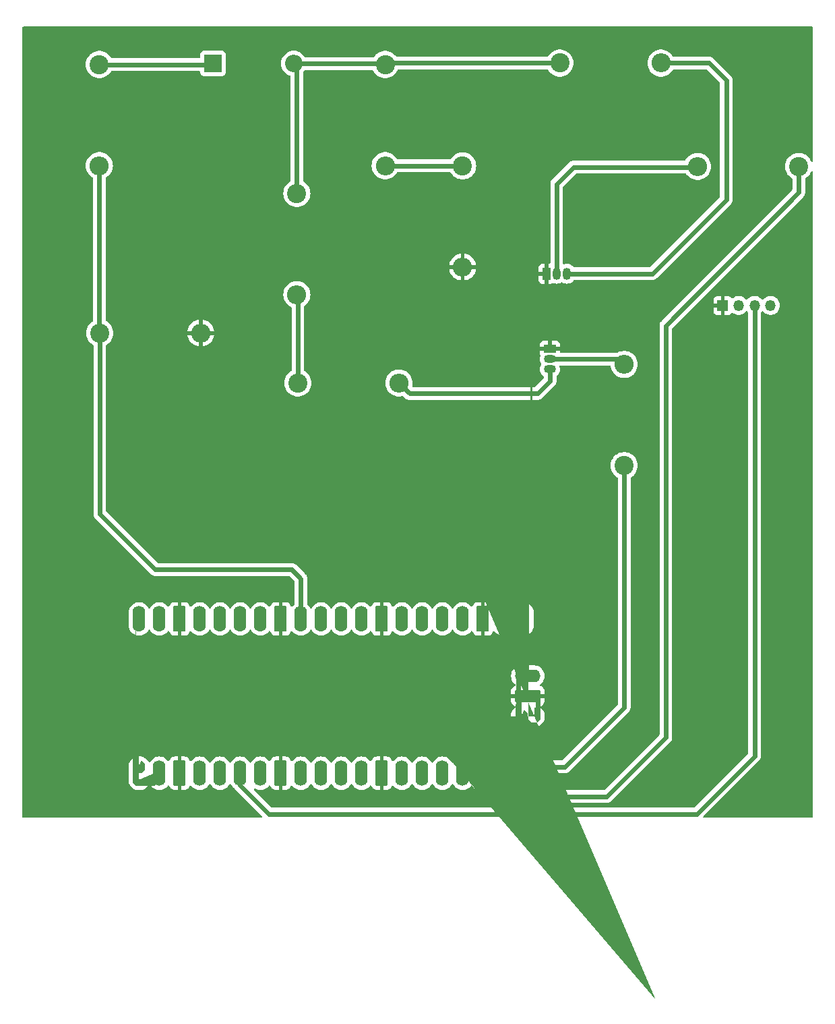
<source format=gbr>
%TF.GenerationSoftware,KiCad,Pcbnew,7.0.1*%
%TF.CreationDate,2023-05-23T10:25:22-05:00*%
%TF.ProjectId,simulacion_Carro,73696d75-6c61-4636-996f-6e5f43617272,rev?*%
%TF.SameCoordinates,Original*%
%TF.FileFunction,Copper,L1,Top*%
%TF.FilePolarity,Positive*%
%FSLAX46Y46*%
G04 Gerber Fmt 4.6, Leading zero omitted, Abs format (unit mm)*
G04 Created by KiCad (PCBNEW 7.0.1) date 2023-05-23 10:25:22*
%MOMM*%
%LPD*%
G01*
G04 APERTURE LIST*
G04 Aperture macros list*
%AMRoundRect*
0 Rectangle with rounded corners*
0 $1 Rounding radius*
0 $2 $3 $4 $5 $6 $7 $8 $9 X,Y pos of 4 corners*
0 Add a 4 corners polygon primitive as box body*
4,1,4,$2,$3,$4,$5,$6,$7,$8,$9,$2,$3,0*
0 Add four circle primitives for the rounded corners*
1,1,$1+$1,$2,$3*
1,1,$1+$1,$4,$5*
1,1,$1+$1,$6,$7*
1,1,$1+$1,$8,$9*
0 Add four rect primitives between the rounded corners*
20,1,$1+$1,$2,$3,$4,$5,0*
20,1,$1+$1,$4,$5,$6,$7,0*
20,1,$1+$1,$6,$7,$8,$9,0*
20,1,$1+$1,$8,$9,$2,$3,0*%
%AMFreePoly0*
4,1,58,1.881242,0.792533,1.914585,0.788777,1.924216,0.782725,1.935306,0.780194,1.961541,0.759271,1.989950,0.741421,2.341421,0.389950,2.359271,0.361541,2.380194,0.335306,2.382725,0.324216,2.388777,0.314585,2.392533,0.281242,2.400000,0.248529,2.400000,-0.248529,2.392533,-0.281242,2.388777,-0.314585,2.382725,-0.324216,2.380194,-0.335306,2.359271,-0.361541,2.341421,-0.389950,
1.989950,-0.741421,1.961541,-0.759271,1.935306,-0.780194,1.924216,-0.782725,1.914585,-0.788777,1.881242,-0.792533,1.848529,-0.800000,0.000000,-0.800000,-0.248529,-0.800000,-0.281242,-0.792533,-0.314585,-0.788777,-0.324216,-0.782725,-0.335306,-0.780194,-0.361541,-0.759271,-0.389950,-0.741421,-0.741421,-0.389950,-0.759271,-0.361541,-0.780194,-0.335306,-0.782725,-0.324216,-0.788777,-0.314585,
-0.792533,-0.281242,-0.800000,-0.248529,-0.800000,0.248529,-0.792533,0.281242,-0.788777,0.314585,-0.782725,0.324216,-0.780194,0.335306,-0.759271,0.361541,-0.741421,0.389950,-0.389950,0.741421,-0.361541,0.759271,-0.335306,0.780194,-0.324216,0.782725,-0.314585,0.788777,-0.281242,0.792533,-0.248529,0.800000,1.848529,0.800000,1.881242,0.792533,1.881242,0.792533,$1*%
%AMFreePoly1*
4,1,58,0.281242,0.792533,0.314585,0.788777,0.324216,0.782725,0.335306,0.780194,0.361541,0.759271,0.389950,0.741421,0.741421,0.389950,0.759271,0.361541,0.780194,0.335306,0.782725,0.324216,0.788777,0.314585,0.792533,0.281242,0.800000,0.248529,0.800000,-0.248529,0.792533,-0.281242,0.788777,-0.314585,0.782725,-0.324216,0.780194,-0.335306,0.759271,-0.361541,0.741421,-0.389950,
0.389950,-0.741421,0.361541,-0.759271,0.335306,-0.780194,0.324216,-0.782725,0.314585,-0.788777,0.281242,-0.792533,0.248529,-0.800000,0.000000,-0.800000,-0.248529,-0.800000,-0.281242,-0.792533,-0.314585,-0.788777,-0.324216,-0.782725,-0.335306,-0.780194,-0.361541,-0.759271,-0.389950,-0.741421,-0.741421,-0.389950,-0.759271,-0.361541,-0.780194,-0.335306,-0.782725,-0.324216,-0.788777,-0.314585,
-0.792533,-0.281242,-0.800000,-0.248529,-0.800000,0.248529,-0.792533,0.281242,-0.788777,0.314585,-0.782725,0.324216,-0.780194,0.335306,-0.759271,0.361541,-0.741421,0.389950,-0.389950,0.741421,-0.361541,0.759271,-0.335306,0.780194,-0.324216,0.782725,-0.314585,0.788777,-0.281242,0.792533,-0.248529,0.800000,0.248529,0.800000,0.281242,0.792533,0.281242,0.792533,$1*%
%AMFreePoly2*
4,1,58,0.281242,2.392533,0.314585,2.388777,0.324216,2.382725,0.335306,2.380194,0.361541,2.359271,0.389950,2.341421,0.741421,1.989950,0.759271,1.961541,0.780194,1.935306,0.782725,1.924216,0.788777,1.914585,0.792533,1.881242,0.800000,1.848529,0.800000,-0.248529,0.792533,-0.281242,0.788777,-0.314585,0.782725,-0.324216,0.780194,-0.335306,0.759271,-0.361541,0.741421,-0.389950,
0.389950,-0.741421,0.361541,-0.759271,0.335306,-0.780194,0.324216,-0.782725,0.314585,-0.788777,0.281242,-0.792533,0.248529,-0.800000,0.000000,-0.800000,-0.248529,-0.800000,-0.281242,-0.792533,-0.314585,-0.788777,-0.324216,-0.782725,-0.335306,-0.780194,-0.361541,-0.759271,-0.389950,-0.741421,-0.741421,-0.389950,-0.759271,-0.361541,-0.780194,-0.335306,-0.782725,-0.324216,-0.788777,-0.314585,
-0.792533,-0.281242,-0.800000,-0.248529,-0.800000,1.848529,-0.792533,1.881242,-0.788777,1.914585,-0.782725,1.924216,-0.780194,1.935306,-0.759271,1.961541,-0.741421,1.989950,-0.389950,2.341421,-0.361541,2.359271,-0.335306,2.380194,-0.324216,2.382725,-0.314585,2.388777,-0.281242,2.392533,-0.248529,2.400000,0.248529,2.400000,0.281242,2.392533,0.281242,2.392533,$1*%
G04 Aperture macros list end*
%TA.AperFunction,ComponentPad*%
%ADD10C,2.400000*%
%TD*%
%TA.AperFunction,ComponentPad*%
%ADD11O,2.400000X2.400000*%
%TD*%
%TA.AperFunction,ComponentPad*%
%ADD12R,1.350000X1.350000*%
%TD*%
%TA.AperFunction,ComponentPad*%
%ADD13O,1.350000X1.350000*%
%TD*%
%TA.AperFunction,ComponentPad*%
%ADD14R,2.200000X2.200000*%
%TD*%
%TA.AperFunction,ComponentPad*%
%ADD15O,2.200000X2.200000*%
%TD*%
%TA.AperFunction,ComponentPad*%
%ADD16R,1.050000X1.500000*%
%TD*%
%TA.AperFunction,ComponentPad*%
%ADD17O,1.050000X1.500000*%
%TD*%
%TA.AperFunction,ComponentPad*%
%ADD18R,1.500000X1.050000*%
%TD*%
%TA.AperFunction,ComponentPad*%
%ADD19O,1.500000X1.050000*%
%TD*%
%TA.AperFunction,SMDPad,CuDef*%
%ADD20FreePoly0,90.000000*%
%TD*%
%TA.AperFunction,ComponentPad*%
%ADD21FreePoly1,90.000000*%
%TD*%
%TA.AperFunction,SMDPad,CuDef*%
%ADD22O,1.600000X3.200000*%
%TD*%
%TA.AperFunction,ComponentPad*%
%ADD23C,1.600000*%
%TD*%
%TA.AperFunction,SMDPad,CuDef*%
%ADD24RoundRect,0.200000X0.600000X-1.400000X0.600000X1.400000X-0.600000X1.400000X-0.600000X-1.400000X0*%
%TD*%
%TA.AperFunction,ComponentPad*%
%ADD25RoundRect,0.200000X0.600000X-0.600000X0.600000X0.600000X-0.600000X0.600000X-0.600000X-0.600000X0*%
%TD*%
%TA.AperFunction,SMDPad,CuDef*%
%ADD26FreePoly2,90.000000*%
%TD*%
%TA.AperFunction,SMDPad,CuDef*%
%ADD27RoundRect,0.200000X1.400000X-0.600000X1.400000X0.600000X-1.400000X0.600000X-1.400000X-0.600000X0*%
%TD*%
%TA.AperFunction,SMDPad,CuDef*%
%ADD28O,3.200000X1.600000*%
%TD*%
%TA.AperFunction,Conductor*%
%ADD29C,0.600000*%
%TD*%
G04 APERTURE END LIST*
D10*
%TO.P,R4,1*%
%TO.N,pilot_in_carg*%
X167919400Y-54864000D03*
D11*
%TO.P,R4,2*%
%TO.N,Net-(Q2-C)*%
X180619400Y-54864000D03*
%TD*%
D10*
%TO.P,R6,1*%
%TO.N,Net-(R6-Pad1)*%
X135001000Y-95021400D03*
D11*
%TO.P,R6,2*%
%TO.N,Net-(Q3-C)*%
X147701000Y-95021400D03*
%TD*%
D12*
%TO.P,J1,1,Pin_1*%
%TO.N,GND*%
X188386200Y-85293200D03*
D13*
%TO.P,J1,2,Pin_2*%
%TO.N,+3.3V*%
X190386200Y-85293200D03*
%TO.P,J1,3,Pin_3*%
%TO.N,SDA*%
X192386200Y-85293200D03*
%TO.P,J1,4,Pin_4*%
%TO.N,CLK*%
X194386200Y-85293200D03*
%TD*%
D10*
%TO.P,R9,1*%
%TO.N,Net-(R2-Pad2)*%
X155702000Y-67767200D03*
D11*
%TO.P,R9,2*%
%TO.N,GND*%
X155702000Y-80467200D03*
%TD*%
D10*
%TO.P,R1,1*%
%TO.N,Net-(D1-K)*%
X110058200Y-55041800D03*
D11*
%TO.P,R1,2*%
%TO.N,/micro/pilot_micro*%
X110058200Y-67741800D03*
%TD*%
D14*
%TO.P,D1,1,K*%
%TO.N,Net-(D1-K)*%
X124333000Y-54914800D03*
D15*
%TO.P,D1,2,A*%
%TO.N,pilot_in_carg*%
X134493000Y-54914800D03*
%TD*%
D10*
%TO.P,R7,1*%
%TO.N,/micro/pilot_micro*%
X110109000Y-88747600D03*
D11*
%TO.P,R7,2*%
%TO.N,GND*%
X122809000Y-88747600D03*
%TD*%
D16*
%TO.P,Q2,1,E*%
%TO.N,GND*%
X166243000Y-81305400D03*
D17*
%TO.P,Q2,2,B*%
%TO.N,Net-(Q2-B)*%
X167513000Y-81305400D03*
%TO.P,Q2,3,C*%
%TO.N,Net-(Q2-C)*%
X168783000Y-81305400D03*
%TD*%
D10*
%TO.P,R8,1*%
%TO.N,pilot_in_carg*%
X134874000Y-71221600D03*
D11*
%TO.P,R8,2*%
%TO.N,Net-(R6-Pad1)*%
X134874000Y-83921600D03*
%TD*%
D10*
%TO.P,R3,1*%
%TO.N,/micro/pwm1*%
X197916800Y-67843400D03*
D11*
%TO.P,R3,2*%
%TO.N,Net-(Q2-B)*%
X185216800Y-67843400D03*
%TD*%
D10*
%TO.P,R5,1*%
%TO.N,/micro/pwm2*%
X175996600Y-105384600D03*
D11*
%TO.P,R5,2*%
%TO.N,Net-(Q3-B)*%
X175996600Y-92684600D03*
%TD*%
D18*
%TO.P,Q3,1,E*%
%TO.N,GND*%
X166674800Y-90754200D03*
D19*
%TO.P,Q3,2,B*%
%TO.N,Net-(Q3-B)*%
X166674800Y-92024200D03*
%TO.P,Q3,3,C*%
%TO.N,Net-(Q3-C)*%
X166674800Y-93294200D03*
%TD*%
D10*
%TO.P,R2,1*%
%TO.N,pilot_in_carg*%
X145973800Y-55041800D03*
D11*
%TO.P,R2,2*%
%TO.N,Net-(R2-Pad2)*%
X145973800Y-67741800D03*
%TD*%
D20*
%TO.P,A1,1,GPIO0*%
%TO.N,unconnected-(A1-GPIO0-Pad1)*%
X115062000Y-144805000D03*
D21*
X115062000Y-143205000D03*
D22*
%TO.P,A1,2,GPIO1*%
%TO.N,unconnected-(A1-GPIO1-Pad2)*%
X117602000Y-144005000D03*
D23*
X117602000Y-143205000D03*
D24*
%TO.P,A1,3,GND*%
%TO.N,GND*%
X120142000Y-144005000D03*
D25*
X120142000Y-143205000D03*
D22*
%TO.P,A1,4,GPIO2*%
%TO.N,unconnected-(A1-GPIO2-Pad4)*%
X122682000Y-144005000D03*
D23*
X122682000Y-143205000D03*
D22*
%TO.P,A1,5,GPIO3*%
%TO.N,unconnected-(A1-GPIO3-Pad5)*%
X125222000Y-144005000D03*
D23*
X125222000Y-143205000D03*
D22*
%TO.P,A1,6,GPIO4*%
%TO.N,SDA*%
X127762000Y-144005000D03*
D23*
X127762000Y-143205000D03*
D22*
%TO.P,A1,7,GPIO5*%
%TO.N,SCL*%
X130302000Y-144005000D03*
D23*
X130302000Y-143205000D03*
D24*
%TO.P,A1,8,GND*%
%TO.N,GND*%
X132842000Y-144005000D03*
D25*
X132842000Y-143205000D03*
D22*
%TO.P,A1,9,GPIO6*%
%TO.N,unconnected-(A1-GPIO6-Pad9)*%
X135382000Y-144005000D03*
D23*
X135382000Y-143205000D03*
D22*
%TO.P,A1,10,GPIO7*%
%TO.N,unconnected-(A1-GPIO7-Pad10)*%
X137922000Y-144005000D03*
D23*
X137922000Y-143205000D03*
D22*
%TO.P,A1,11,GPIO8*%
%TO.N,unconnected-(A1-GPIO8-Pad11)*%
X140462000Y-144005000D03*
D23*
X140462000Y-143205000D03*
D22*
%TO.P,A1,12,GPIO9*%
%TO.N,unconnected-(A1-GPIO9-Pad12)*%
X143002000Y-144005000D03*
D23*
X143002000Y-143205000D03*
D24*
%TO.P,A1,13,GND*%
%TO.N,GND*%
X145542000Y-144005000D03*
D25*
X145542000Y-143205000D03*
D22*
%TO.P,A1,14,GPIO10*%
%TO.N,unconnected-(A1-GPIO10-Pad14)*%
X148082000Y-144005000D03*
D23*
X148082000Y-143205000D03*
D22*
%TO.P,A1,15,GPIO11*%
%TO.N,unconnected-(A1-GPIO11-Pad15)*%
X150622000Y-144005000D03*
D23*
X150622000Y-143205000D03*
D22*
%TO.P,A1,16,GPIO12*%
%TO.N,unconnected-(A1-GPIO12-Pad16)*%
X153162000Y-144005000D03*
D23*
X153162000Y-143205000D03*
D22*
%TO.P,A1,17,GPIO13*%
%TO.N,unconnected-(A1-GPIO13-Pad17)*%
X155702000Y-144005000D03*
D23*
X155702000Y-143205000D03*
D24*
%TO.P,A1,18,GND*%
%TO.N,GND*%
X158242000Y-144005000D03*
D25*
X158242000Y-143205000D03*
D22*
%TO.P,A1,19,GPIO14*%
%TO.N,/micro/pwm1*%
X160782000Y-144005000D03*
D23*
X160782000Y-143205000D03*
D22*
%TO.P,A1,20,GPIO15*%
%TO.N,/micro/pwm2*%
X163322000Y-144005000D03*
D23*
X163322000Y-143205000D03*
%TO.P,A1,21,GPIO16*%
%TO.N,unconnected-(A1-GPIO16-Pad21)*%
X163322000Y-125425000D03*
D22*
X163322000Y-124625000D03*
D23*
%TO.P,A1,22,GPIO17*%
%TO.N,unconnected-(A1-GPIO17-Pad22)*%
X160782000Y-125425000D03*
D22*
X160782000Y-124625000D03*
D25*
%TO.P,A1,23,GND*%
%TO.N,GND*%
X158242000Y-125425000D03*
D24*
X158242000Y-124625000D03*
D23*
%TO.P,A1,24,GPIO18*%
%TO.N,unconnected-(A1-GPIO18-Pad24)*%
X155702000Y-125425000D03*
D22*
X155702000Y-124625000D03*
D23*
%TO.P,A1,25,GPIO19*%
%TO.N,unconnected-(A1-GPIO19-Pad25)*%
X153162000Y-125425000D03*
D22*
X153162000Y-124625000D03*
D23*
%TO.P,A1,26,GPIO20*%
%TO.N,unconnected-(A1-GPIO20-Pad26)*%
X150622000Y-125425000D03*
D22*
X150622000Y-124625000D03*
D23*
%TO.P,A1,27,GPIO21*%
%TO.N,unconnected-(A1-GPIO21-Pad27)*%
X148082000Y-125425000D03*
D22*
X148082000Y-124625000D03*
D25*
%TO.P,A1,28,GND*%
%TO.N,GND*%
X145542000Y-125425000D03*
D24*
X145542000Y-124625000D03*
D23*
%TO.P,A1,29,GPIO22*%
%TO.N,unconnected-(A1-GPIO22-Pad29)*%
X143002000Y-125425000D03*
D22*
X143002000Y-124625000D03*
D23*
%TO.P,A1,30,RUN*%
%TO.N,unconnected-(A1-RUN-Pad30)*%
X140462000Y-125425000D03*
D22*
X140462000Y-124625000D03*
D23*
%TO.P,A1,31,GPIO26_ADC0*%
%TO.N,unconnected-(A1-GPIO26_ADC0-Pad31)*%
X137922000Y-125425000D03*
D22*
X137922000Y-124625000D03*
D23*
%TO.P,A1,32,GPIO27_ADC1*%
%TO.N,/micro/pilot_micro*%
X135382000Y-125425000D03*
D22*
X135382000Y-124625000D03*
D25*
%TO.P,A1,33,AGND*%
%TO.N,GND*%
X132842000Y-125425000D03*
D24*
X132842000Y-124625000D03*
D23*
%TO.P,A1,34,GPIO28_ADC2*%
%TO.N,unconnected-(A1-GPIO28_ADC2-Pad34)*%
X130302000Y-125425000D03*
D22*
X130302000Y-124625000D03*
D23*
%TO.P,A1,35,ADC_VREF*%
%TO.N,unconnected-(A1-ADC_VREF-Pad35)*%
X127762000Y-125425000D03*
D22*
X127762000Y-124625000D03*
D23*
%TO.P,A1,36,3V3*%
%TO.N,unconnected-(A1-3V3-Pad36)*%
X125222000Y-125425000D03*
D22*
X125222000Y-124625000D03*
D23*
%TO.P,A1,37,3V3_EN*%
%TO.N,unconnected-(A1-3V3_EN-Pad37)*%
X122682000Y-125425000D03*
D22*
X122682000Y-124625000D03*
D25*
%TO.P,A1,38,GND*%
%TO.N,GND*%
X120142000Y-125425000D03*
D24*
X120142000Y-124625000D03*
D23*
%TO.P,A1,39,VSYS*%
%TO.N,+5V*%
X117602000Y-125425000D03*
D22*
X117602000Y-124625000D03*
D23*
%TO.P,A1,40,VBUS*%
%TO.N,unconnected-(A1-VBUS-Pad40)*%
X115062000Y-125425000D03*
D22*
X115062000Y-124625000D03*
D21*
%TO.P,A1,41,SWCLK*%
%TO.N,unconnected-(A1-SWCLK-Pad41)*%
X163092000Y-136855000D03*
D26*
X164692000Y-136855000D03*
D25*
%TO.P,A1,42,SWGND*%
%TO.N,GND*%
X163092000Y-134315000D03*
D27*
X163892000Y-134315000D03*
D23*
%TO.P,A1,43,SWDIO*%
%TO.N,unconnected-(A1-SWDIO-Pad43)*%
X163092000Y-131775000D03*
D28*
X163892000Y-131775000D03*
%TD*%
D29*
%TO.N,Net-(D1-K)*%
X124206000Y-55041800D02*
X124333000Y-54914800D01*
X110058200Y-55041800D02*
X124206000Y-55041800D01*
%TO.N,pilot_in_carg*%
X134874000Y-71221600D02*
X134874000Y-55295800D01*
X145846800Y-54914800D02*
X145973800Y-55041800D01*
X167919400Y-54864000D02*
X146151600Y-54864000D01*
X134493000Y-54914800D02*
X145846800Y-54914800D01*
X146151600Y-54864000D02*
X145973800Y-55041800D01*
X134874000Y-55295800D02*
X134493000Y-54914800D01*
%TO.N,GND*%
X158242000Y-143205000D02*
X158242000Y-143855990D01*
%TO.N,SDA*%
X192386200Y-141827000D02*
X185089800Y-149123400D01*
X185089800Y-149123400D02*
X131368800Y-149123400D01*
X127762000Y-145516600D02*
X127762000Y-144805000D01*
X131368800Y-149123400D02*
X127762000Y-145516600D01*
X192386200Y-85293200D02*
X192386200Y-141827000D01*
%TO.N,Net-(Q2-B)*%
X169621200Y-67919600D02*
X185140600Y-67919600D01*
X167513000Y-81305400D02*
X167513000Y-70027800D01*
X167513000Y-70027800D02*
X169621200Y-67919600D01*
X185140600Y-67919600D02*
X185216800Y-67843400D01*
%TO.N,Net-(Q2-C)*%
X186664600Y-54864000D02*
X188823600Y-57023000D01*
X179501800Y-81305400D02*
X168783000Y-81305400D01*
X188823600Y-57023000D02*
X188823600Y-71983600D01*
X188823600Y-71983600D02*
X179501800Y-81305400D01*
X180619400Y-54864000D02*
X186664600Y-54864000D01*
%TO.N,Net-(Q3-B)*%
X175895000Y-92024200D02*
X175945800Y-92075000D01*
X166674800Y-92024200D02*
X175895000Y-92024200D01*
%TO.N,Net-(Q3-C)*%
X166674800Y-94792800D02*
X165125400Y-96342200D01*
X165125400Y-96342200D02*
X149021800Y-96342200D01*
X149021800Y-96342200D02*
X147701000Y-95021400D01*
X166674800Y-93294200D02*
X166674800Y-94792800D01*
%TO.N,Net-(R2-Pad2)*%
X155676600Y-67741800D02*
X155702000Y-67767200D01*
X145973800Y-67741800D02*
X155676600Y-67741800D01*
%TO.N,Net-(R6-Pad1)*%
X135001000Y-95021400D02*
X135001000Y-84048600D01*
X135001000Y-84048600D02*
X134874000Y-83921600D01*
%TO.N,/micro/pwm1*%
X197916800Y-67843400D02*
X197916800Y-71120000D01*
X181229000Y-87807800D02*
X181229000Y-139496800D01*
X181229000Y-139496800D02*
X173812200Y-146913600D01*
X162890600Y-146913600D02*
X160782000Y-144805000D01*
X173812200Y-146913600D02*
X162890600Y-146913600D01*
X197916800Y-71120000D02*
X181229000Y-87807800D01*
%TO.N,/micro/pwm2*%
X175996600Y-135737600D02*
X168529200Y-143205000D01*
X168529200Y-143205000D02*
X163322000Y-143205000D01*
X175996600Y-105384600D02*
X175996600Y-135737600D01*
%TO.N,/micro/pilot_micro*%
X135382000Y-119557800D02*
X135382000Y-123825000D01*
X134264400Y-118440200D02*
X135382000Y-119557800D01*
X110058200Y-67741800D02*
X110058200Y-88696800D01*
X110109000Y-111455200D02*
X117094000Y-118440200D01*
X110109000Y-88747600D02*
X110109000Y-111455200D01*
X117094000Y-118440200D02*
X134264400Y-118440200D01*
X110058200Y-88696800D02*
X110109000Y-88747600D01*
%TD*%
%TA.AperFunction,Conductor*%
%TO.N,GND*%
G36*
X199658200Y-50308613D02*
G01*
X199703587Y-50354000D01*
X199720200Y-50416000D01*
X199720200Y-67128480D01*
X199701684Y-67193665D01*
X199651667Y-67239383D01*
X199585085Y-67251981D01*
X199521822Y-67227697D01*
X199480773Y-67173784D01*
X199453193Y-67103512D01*
X199452601Y-67102487D01*
X199389475Y-66993149D01*
X199325759Y-66882788D01*
X199166850Y-66683523D01*
X198980017Y-66510168D01*
X198769434Y-66366595D01*
X198539804Y-66256011D01*
X198296258Y-66180887D01*
X198044235Y-66142900D01*
X197789365Y-66142900D01*
X197537342Y-66180887D01*
X197293796Y-66256011D01*
X197064166Y-66366595D01*
X196965348Y-66433968D01*
X196853581Y-66510169D01*
X196776249Y-66581923D01*
X196666750Y-66683523D01*
X196510624Y-66879299D01*
X196507838Y-66882792D01*
X196380408Y-67103508D01*
X196287292Y-67340762D01*
X196230577Y-67589245D01*
X196211531Y-67843400D01*
X196230577Y-68097554D01*
X196287292Y-68346037D01*
X196380408Y-68583291D01*
X196463847Y-68727812D01*
X196507841Y-68804012D01*
X196666750Y-69003277D01*
X196853583Y-69176632D01*
X197062154Y-69318833D01*
X197101930Y-69363344D01*
X197116300Y-69421285D01*
X197116300Y-70737060D01*
X197106861Y-70784513D01*
X197079980Y-70824741D01*
X180726738Y-87177984D01*
X180683497Y-87221225D01*
X180599184Y-87305537D01*
X180578817Y-87337951D01*
X180570772Y-87349289D01*
X180546908Y-87379213D01*
X180530300Y-87413699D01*
X180523576Y-87425864D01*
X180503211Y-87458275D01*
X180490565Y-87494413D01*
X180485246Y-87507253D01*
X180468639Y-87541738D01*
X180460118Y-87579068D01*
X180456270Y-87592423D01*
X180443631Y-87628543D01*
X180439345Y-87666580D01*
X180437017Y-87680280D01*
X180428500Y-87717603D01*
X180428500Y-139113860D01*
X180419061Y-139161313D01*
X180392181Y-139201541D01*
X173516941Y-146076781D01*
X173476713Y-146103661D01*
X173429260Y-146113100D01*
X164114471Y-146113100D01*
X164054355Y-146097553D01*
X164009313Y-146054810D01*
X163990641Y-145995589D01*
X164003021Y-145934742D01*
X164043348Y-145887525D01*
X164161140Y-145805046D01*
X164322046Y-145644140D01*
X164371858Y-145573000D01*
X164452568Y-145457734D01*
X164548739Y-145251496D01*
X164607635Y-145031692D01*
X164622500Y-144861784D01*
X164622500Y-144129500D01*
X164639113Y-144067500D01*
X164684500Y-144022113D01*
X164746500Y-144005500D01*
X168619395Y-144005500D01*
X168630209Y-144003031D01*
X168656720Y-143996980D01*
X168670397Y-143994655D01*
X168708455Y-143990368D01*
X168744599Y-143977720D01*
X168757921Y-143973882D01*
X168795261Y-143965360D01*
X168829749Y-143948750D01*
X168842591Y-143943431D01*
X168878722Y-143930789D01*
X168911132Y-143910423D01*
X168923303Y-143903697D01*
X168957787Y-143887091D01*
X168987715Y-143863222D01*
X168999034Y-143855190D01*
X169031462Y-143834816D01*
X169159016Y-143707262D01*
X169159016Y-143707261D01*
X176594426Y-136271852D01*
X176626415Y-136239863D01*
X176626416Y-136239862D01*
X176646782Y-136207447D01*
X176654816Y-136196123D01*
X176678691Y-136166187D01*
X176695304Y-136131688D01*
X176702013Y-136119548D01*
X176722389Y-136087122D01*
X176735032Y-136050988D01*
X176740352Y-136038145D01*
X176756959Y-136003660D01*
X176765476Y-135966345D01*
X176769320Y-135952998D01*
X176781968Y-135916855D01*
X176786255Y-135878801D01*
X176788582Y-135865112D01*
X176797100Y-135827796D01*
X176797100Y-106962485D01*
X176811470Y-106904544D01*
X176851245Y-106860033D01*
X177059817Y-106717832D01*
X177246650Y-106544477D01*
X177405559Y-106345212D01*
X177532993Y-106124488D01*
X177626108Y-105887237D01*
X177682822Y-105638757D01*
X177701868Y-105384600D01*
X177682822Y-105130443D01*
X177626108Y-104881963D01*
X177532993Y-104644712D01*
X177405559Y-104423988D01*
X177246650Y-104224723D01*
X177059817Y-104051368D01*
X176849234Y-103907795D01*
X176619604Y-103797211D01*
X176376058Y-103722087D01*
X176124035Y-103684100D01*
X175869165Y-103684100D01*
X175617142Y-103722087D01*
X175373596Y-103797211D01*
X175143966Y-103907795D01*
X175038674Y-103979581D01*
X174933381Y-104051369D01*
X174746550Y-104224723D01*
X174587638Y-104423992D01*
X174460208Y-104644708D01*
X174367092Y-104881962D01*
X174310377Y-105130445D01*
X174291331Y-105384600D01*
X174310377Y-105638754D01*
X174367092Y-105887237D01*
X174460208Y-106124491D01*
X174587638Y-106345207D01*
X174587641Y-106345212D01*
X174746550Y-106544477D01*
X174933383Y-106717832D01*
X175141954Y-106860033D01*
X175181730Y-106904544D01*
X175196100Y-106962485D01*
X175196100Y-135354660D01*
X175186661Y-135402113D01*
X175159781Y-135442341D01*
X168233941Y-142368181D01*
X168193713Y-142395061D01*
X168146260Y-142404500D01*
X164412049Y-142404500D01*
X164364596Y-142395061D01*
X164324368Y-142368181D01*
X164161140Y-142204953D01*
X163974735Y-142074432D01*
X163768497Y-141978261D01*
X163548689Y-141919364D01*
X163322000Y-141899531D01*
X163095310Y-141919364D01*
X162875502Y-141978261D01*
X162669264Y-142074432D01*
X162482859Y-142204953D01*
X162321953Y-142365859D01*
X162191433Y-142552263D01*
X162164382Y-142610275D01*
X162118625Y-142662450D01*
X162052000Y-142681869D01*
X161985375Y-142662450D01*
X161939618Y-142610275D01*
X161937325Y-142605358D01*
X161912568Y-142552266D01*
X161912518Y-142552194D01*
X161782046Y-142365859D01*
X161621140Y-142204953D01*
X161434735Y-142074432D01*
X161228497Y-141978261D01*
X161008689Y-141919364D01*
X160782000Y-141899531D01*
X160555310Y-141919364D01*
X160335502Y-141978261D01*
X160129264Y-142074432D01*
X159942859Y-142204953D01*
X159781955Y-142365857D01*
X159732140Y-142437001D01*
X159679169Y-142479955D01*
X159611496Y-142488402D01*
X159549591Y-142459788D01*
X159512179Y-142402767D01*
X159485016Y-142315599D01*
X159397074Y-142170124D01*
X159276875Y-142049925D01*
X159131396Y-141961980D01*
X158969106Y-141911409D01*
X158898576Y-141905000D01*
X158492000Y-141905000D01*
X158492000Y-146104999D01*
X158898579Y-146104999D01*
X158969104Y-146098591D01*
X159131397Y-146048018D01*
X159276875Y-145960074D01*
X159397074Y-145839875D01*
X159485016Y-145694400D01*
X159512179Y-145607232D01*
X159549591Y-145550211D01*
X159611496Y-145521597D01*
X159679169Y-145530045D01*
X159732140Y-145572999D01*
X159781953Y-145644140D01*
X159942859Y-145805046D01*
X160129264Y-145935567D01*
X160129265Y-145935567D01*
X160129266Y-145935568D01*
X160335504Y-146031739D01*
X160555308Y-146090635D01*
X160622551Y-146096518D01*
X160781997Y-146110468D01*
X160781998Y-146110467D01*
X160782000Y-146110468D01*
X160883840Y-146101557D01*
X160937055Y-146108563D01*
X160982326Y-146137404D01*
X162260784Y-147415862D01*
X162388338Y-147543416D01*
X162419367Y-147562913D01*
X162420745Y-147563779D01*
X162432083Y-147571824D01*
X162462011Y-147595690D01*
X162462014Y-147595692D01*
X162496495Y-147612297D01*
X162496499Y-147612299D01*
X162508668Y-147619024D01*
X162508670Y-147619026D01*
X162541080Y-147639390D01*
X162577197Y-147652028D01*
X162590041Y-147657348D01*
X162621099Y-147672303D01*
X162624539Y-147673960D01*
X162661876Y-147682481D01*
X162675213Y-147686325D01*
X162711345Y-147698968D01*
X162749376Y-147703253D01*
X162763081Y-147705581D01*
X162800406Y-147714100D01*
X162845646Y-147714100D01*
X162980794Y-147714100D01*
X173722006Y-147714100D01*
X173857154Y-147714100D01*
X173902394Y-147714100D01*
X173902395Y-147714100D01*
X173913209Y-147711631D01*
X173939720Y-147705580D01*
X173953397Y-147703255D01*
X173991455Y-147698968D01*
X174027599Y-147686320D01*
X174040921Y-147682482D01*
X174078261Y-147673960D01*
X174112749Y-147657350D01*
X174125591Y-147652031D01*
X174161722Y-147639389D01*
X174194132Y-147619023D01*
X174206303Y-147612297D01*
X174240787Y-147595691D01*
X174270715Y-147571822D01*
X174282034Y-147563790D01*
X174314462Y-147543416D01*
X174442016Y-147415862D01*
X181826826Y-140031052D01*
X181863605Y-139994273D01*
X181865629Y-139988218D01*
X181879186Y-139966642D01*
X181887216Y-139955323D01*
X181911091Y-139925387D01*
X181927698Y-139890900D01*
X181934426Y-139878728D01*
X181954789Y-139846322D01*
X181967431Y-139810191D01*
X181972751Y-139797349D01*
X181989360Y-139762861D01*
X181997882Y-139725521D01*
X182001720Y-139712199D01*
X182014368Y-139676055D01*
X182018655Y-139637997D01*
X182020980Y-139624320D01*
X182029500Y-139586994D01*
X182029500Y-139406606D01*
X182029500Y-88190740D01*
X182038939Y-88143287D01*
X182065819Y-88103059D01*
X184625678Y-85543200D01*
X187211200Y-85543200D01*
X187211200Y-86016024D01*
X187217602Y-86075575D01*
X187267847Y-86210289D01*
X187354011Y-86325388D01*
X187469110Y-86411552D01*
X187603824Y-86461797D01*
X187663376Y-86468200D01*
X188136200Y-86468200D01*
X188136200Y-85543200D01*
X187211200Y-85543200D01*
X184625678Y-85543200D01*
X185125678Y-85043200D01*
X187211200Y-85043200D01*
X188136200Y-85043200D01*
X188136200Y-84118200D01*
X187663376Y-84118200D01*
X187603824Y-84124602D01*
X187469110Y-84174847D01*
X187354011Y-84261011D01*
X187267847Y-84376110D01*
X187217602Y-84510824D01*
X187211200Y-84570376D01*
X187211200Y-85043200D01*
X185125678Y-85043200D01*
X190237478Y-79931400D01*
X198514626Y-71654252D01*
X198546616Y-71622262D01*
X198566990Y-71589834D01*
X198575022Y-71578515D01*
X198598891Y-71548587D01*
X198615498Y-71514100D01*
X198622226Y-71501928D01*
X198642589Y-71469522D01*
X198655231Y-71433391D01*
X198660551Y-71420549D01*
X198677160Y-71386061D01*
X198685682Y-71348721D01*
X198689520Y-71335399D01*
X198702168Y-71299255D01*
X198706455Y-71261197D01*
X198708780Y-71247520D01*
X198717300Y-71210194D01*
X198717300Y-71029806D01*
X198717300Y-69421285D01*
X198731670Y-69363344D01*
X198771445Y-69318833D01*
X198980017Y-69176632D01*
X199166850Y-69003277D01*
X199325759Y-68804012D01*
X199453193Y-68583288D01*
X199480773Y-68513015D01*
X199521822Y-68459103D01*
X199585085Y-68434819D01*
X199651667Y-68447417D01*
X199701684Y-68493135D01*
X199720200Y-68558320D01*
X199720200Y-149478438D01*
X199710761Y-149525891D01*
X199683881Y-149566119D01*
X199680319Y-149569681D01*
X199640091Y-149596561D01*
X199592638Y-149606000D01*
X186038640Y-149606000D01*
X185982345Y-149592485D01*
X185938322Y-149554885D01*
X185916167Y-149501398D01*
X185920709Y-149443682D01*
X185950959Y-149394319D01*
X193020805Y-142324473D01*
X193022829Y-142318418D01*
X193036387Y-142296840D01*
X193044419Y-142285521D01*
X193068292Y-142255586D01*
X193084904Y-142221088D01*
X193091623Y-142208931D01*
X193111989Y-142176522D01*
X193124633Y-142140385D01*
X193129947Y-142127556D01*
X193146560Y-142093061D01*
X193155082Y-142055721D01*
X193158920Y-142042399D01*
X193171568Y-142006255D01*
X193175855Y-141968197D01*
X193178180Y-141954520D01*
X193184231Y-141928009D01*
X193186700Y-141917195D01*
X193186700Y-86208843D01*
X193197266Y-86158756D01*
X193227163Y-86117205D01*
X193258627Y-86088522D01*
X193287245Y-86050624D01*
X193330928Y-86014350D01*
X193386200Y-86001350D01*
X193441472Y-86014350D01*
X193485155Y-86050625D01*
X193513772Y-86088522D01*
X193585700Y-86154092D01*
X193674768Y-86235288D01*
X193767378Y-86292629D01*
X193859991Y-86349973D01*
X194018945Y-86411552D01*
X194063131Y-86428670D01*
X194277274Y-86468700D01*
X194495124Y-86468700D01*
X194495126Y-86468700D01*
X194709269Y-86428670D01*
X194844696Y-86376204D01*
X194912408Y-86349973D01*
X194912410Y-86349972D01*
X195097632Y-86235288D01*
X195258627Y-86088522D01*
X195389912Y-85914672D01*
X195487017Y-85719659D01*
X195487018Y-85719657D01*
X195546635Y-85510125D01*
X195561013Y-85354957D01*
X195566736Y-85293200D01*
X195546635Y-85076277D01*
X195546635Y-85076274D01*
X195487018Y-84866742D01*
X195389912Y-84671728D01*
X195258626Y-84497876D01*
X195097632Y-84351112D01*
X194912408Y-84236426D01*
X194709273Y-84157731D01*
X194709270Y-84157730D01*
X194709269Y-84157730D01*
X194495126Y-84117700D01*
X194277274Y-84117700D01*
X194063131Y-84157730D01*
X194063126Y-84157731D01*
X193859991Y-84236426D01*
X193674767Y-84351112D01*
X193513773Y-84497877D01*
X193485154Y-84535775D01*
X193441471Y-84572048D01*
X193386200Y-84585048D01*
X193330929Y-84572048D01*
X193287246Y-84535775D01*
X193258626Y-84497877D01*
X193097632Y-84351112D01*
X192912408Y-84236426D01*
X192709273Y-84157731D01*
X192709270Y-84157730D01*
X192709269Y-84157730D01*
X192495126Y-84117700D01*
X192277274Y-84117700D01*
X192063131Y-84157730D01*
X192063126Y-84157731D01*
X191859991Y-84236426D01*
X191674767Y-84351112D01*
X191513773Y-84497877D01*
X191485154Y-84535775D01*
X191441471Y-84572048D01*
X191386200Y-84585048D01*
X191330929Y-84572048D01*
X191287246Y-84535775D01*
X191258626Y-84497877D01*
X191097632Y-84351112D01*
X190912408Y-84236426D01*
X190709273Y-84157731D01*
X190709270Y-84157730D01*
X190709269Y-84157730D01*
X190495126Y-84117700D01*
X190277274Y-84117700D01*
X190063131Y-84157730D01*
X190063126Y-84157731D01*
X189859994Y-84236425D01*
X189674765Y-84351114D01*
X189663415Y-84361461D01*
X189602491Y-84391742D01*
X189534761Y-84385321D01*
X189480613Y-84344132D01*
X189418388Y-84261011D01*
X189303289Y-84174847D01*
X189168575Y-84124602D01*
X189109024Y-84118200D01*
X188636200Y-84118200D01*
X188636200Y-86468200D01*
X189109024Y-86468200D01*
X189168575Y-86461797D01*
X189303289Y-86411552D01*
X189418388Y-86325388D01*
X189480613Y-86242268D01*
X189534762Y-86201078D01*
X189602493Y-86194658D01*
X189663417Y-86224941D01*
X189673612Y-86234234D01*
X189674768Y-86235288D01*
X189767378Y-86292629D01*
X189859991Y-86349973D01*
X190018945Y-86411552D01*
X190063131Y-86428670D01*
X190277274Y-86468700D01*
X190495124Y-86468700D01*
X190495126Y-86468700D01*
X190709269Y-86428670D01*
X190844696Y-86376204D01*
X190912408Y-86349973D01*
X190912410Y-86349972D01*
X191097632Y-86235288D01*
X191258627Y-86088522D01*
X191287245Y-86050624D01*
X191330928Y-86014350D01*
X191386200Y-86001350D01*
X191441472Y-86014350D01*
X191485155Y-86050625D01*
X191513772Y-86088521D01*
X191545237Y-86117205D01*
X191575134Y-86158756D01*
X191585700Y-86208843D01*
X191585700Y-141444060D01*
X191576261Y-141491513D01*
X191549381Y-141531741D01*
X184794541Y-148286581D01*
X184754313Y-148313461D01*
X184706860Y-148322900D01*
X131751740Y-148322900D01*
X131704287Y-148313461D01*
X131664059Y-148286581D01*
X129516541Y-146139063D01*
X129483400Y-146079276D01*
X129486978Y-146011011D01*
X129526187Y-145955016D01*
X129589111Y-145928306D01*
X129656625Y-145938999D01*
X129855504Y-146031739D01*
X130075308Y-146090635D01*
X130302000Y-146110468D01*
X130528692Y-146090635D01*
X130748496Y-146031739D01*
X130954734Y-145935568D01*
X131141139Y-145805047D01*
X131302047Y-145644139D01*
X131351859Y-145572998D01*
X131404829Y-145530045D01*
X131472502Y-145521597D01*
X131534407Y-145550211D01*
X131571819Y-145607231D01*
X131598981Y-145694397D01*
X131686925Y-145839875D01*
X131807124Y-145960074D01*
X131952603Y-146048019D01*
X132114893Y-146098590D01*
X132185424Y-146105000D01*
X132592000Y-146105000D01*
X132592000Y-146104999D01*
X133092000Y-146104999D01*
X133498579Y-146104999D01*
X133569104Y-146098591D01*
X133731397Y-146048018D01*
X133876875Y-145960074D01*
X133997074Y-145839875D01*
X134085016Y-145694400D01*
X134112179Y-145607232D01*
X134149591Y-145550211D01*
X134211496Y-145521597D01*
X134279169Y-145530045D01*
X134332140Y-145572999D01*
X134381953Y-145644140D01*
X134542859Y-145805046D01*
X134729264Y-145935567D01*
X134729265Y-145935567D01*
X134729266Y-145935568D01*
X134935504Y-146031739D01*
X135155308Y-146090635D01*
X135382000Y-146110468D01*
X135608692Y-146090635D01*
X135828496Y-146031739D01*
X136034734Y-145935568D01*
X136221139Y-145805047D01*
X136382047Y-145644139D01*
X136512568Y-145457734D01*
X136539618Y-145399724D01*
X136585375Y-145347549D01*
X136652000Y-145328129D01*
X136718625Y-145347549D01*
X136764382Y-145399725D01*
X136791431Y-145457733D01*
X136921953Y-145644140D01*
X137082859Y-145805046D01*
X137269264Y-145935567D01*
X137269265Y-145935567D01*
X137269266Y-145935568D01*
X137475504Y-146031739D01*
X137695308Y-146090635D01*
X137922000Y-146110468D01*
X138148692Y-146090635D01*
X138368496Y-146031739D01*
X138574734Y-145935568D01*
X138761139Y-145805047D01*
X138922047Y-145644139D01*
X139052568Y-145457734D01*
X139079618Y-145399724D01*
X139125375Y-145347549D01*
X139192000Y-145328129D01*
X139258625Y-145347549D01*
X139304382Y-145399725D01*
X139331431Y-145457733D01*
X139461953Y-145644140D01*
X139622859Y-145805046D01*
X139809264Y-145935567D01*
X139809265Y-145935567D01*
X139809266Y-145935568D01*
X140015504Y-146031739D01*
X140235308Y-146090635D01*
X140462000Y-146110468D01*
X140688692Y-146090635D01*
X140908496Y-146031739D01*
X141114734Y-145935568D01*
X141301139Y-145805047D01*
X141462047Y-145644139D01*
X141592568Y-145457734D01*
X141619618Y-145399724D01*
X141665375Y-145347549D01*
X141732000Y-145328129D01*
X141798625Y-145347549D01*
X141844382Y-145399725D01*
X141871431Y-145457733D01*
X142001953Y-145644140D01*
X142162859Y-145805046D01*
X142349264Y-145935567D01*
X142349265Y-145935567D01*
X142349266Y-145935568D01*
X142555504Y-146031739D01*
X142775308Y-146090635D01*
X143002000Y-146110468D01*
X143228692Y-146090635D01*
X143448496Y-146031739D01*
X143654734Y-145935568D01*
X143841139Y-145805047D01*
X144002047Y-145644139D01*
X144051859Y-145572998D01*
X144104829Y-145530045D01*
X144172502Y-145521597D01*
X144234407Y-145550211D01*
X144271819Y-145607231D01*
X144298981Y-145694397D01*
X144386925Y-145839875D01*
X144507124Y-145960074D01*
X144652603Y-146048019D01*
X144814893Y-146098590D01*
X144885424Y-146105000D01*
X145292000Y-146105000D01*
X145292000Y-146104999D01*
X145792000Y-146104999D01*
X146198579Y-146104999D01*
X146269104Y-146098591D01*
X146431397Y-146048018D01*
X146576875Y-145960074D01*
X146697074Y-145839875D01*
X146785016Y-145694400D01*
X146812179Y-145607232D01*
X146849591Y-145550211D01*
X146911496Y-145521597D01*
X146979169Y-145530045D01*
X147032140Y-145572999D01*
X147081953Y-145644140D01*
X147242859Y-145805046D01*
X147429264Y-145935567D01*
X147429265Y-145935567D01*
X147429266Y-145935568D01*
X147635504Y-146031739D01*
X147855308Y-146090635D01*
X148082000Y-146110468D01*
X148308692Y-146090635D01*
X148528496Y-146031739D01*
X148734734Y-145935568D01*
X148921139Y-145805047D01*
X149082047Y-145644139D01*
X149212568Y-145457734D01*
X149239618Y-145399724D01*
X149285375Y-145347549D01*
X149352000Y-145328129D01*
X149418625Y-145347549D01*
X149464382Y-145399725D01*
X149491431Y-145457733D01*
X149621953Y-145644140D01*
X149782859Y-145805046D01*
X149969264Y-145935567D01*
X149969265Y-145935567D01*
X149969266Y-145935568D01*
X150175504Y-146031739D01*
X150395308Y-146090635D01*
X150622000Y-146110468D01*
X150848692Y-146090635D01*
X151068496Y-146031739D01*
X151274734Y-145935568D01*
X151461139Y-145805047D01*
X151622047Y-145644139D01*
X151752568Y-145457734D01*
X151779618Y-145399724D01*
X151825375Y-145347549D01*
X151892000Y-145328129D01*
X151958625Y-145347549D01*
X152004382Y-145399725D01*
X152031431Y-145457733D01*
X152161953Y-145644140D01*
X152322859Y-145805046D01*
X152509264Y-145935567D01*
X152509265Y-145935567D01*
X152509266Y-145935568D01*
X152715504Y-146031739D01*
X152935308Y-146090635D01*
X153162000Y-146110468D01*
X153388692Y-146090635D01*
X153608496Y-146031739D01*
X153814734Y-145935568D01*
X154001139Y-145805047D01*
X154162047Y-145644139D01*
X154292568Y-145457734D01*
X154319618Y-145399724D01*
X154365375Y-145347549D01*
X154432000Y-145328129D01*
X154498625Y-145347549D01*
X154544382Y-145399725D01*
X154571431Y-145457733D01*
X154701953Y-145644140D01*
X154862859Y-145805046D01*
X155049264Y-145935567D01*
X155049265Y-145935567D01*
X155049266Y-145935568D01*
X155255504Y-146031739D01*
X155475308Y-146090635D01*
X155702000Y-146110468D01*
X155928692Y-146090635D01*
X156148496Y-146031739D01*
X156354734Y-145935568D01*
X156541139Y-145805047D01*
X156702047Y-145644139D01*
X156751859Y-145572998D01*
X156804829Y-145530045D01*
X156872502Y-145521597D01*
X156934407Y-145550211D01*
X156971819Y-145607231D01*
X156998981Y-145694397D01*
X157086925Y-145839875D01*
X157207124Y-145960074D01*
X157352603Y-146048019D01*
X157514893Y-146098590D01*
X157585424Y-146105000D01*
X157992000Y-146105000D01*
X157992000Y-141905001D01*
X157585421Y-141905001D01*
X157514895Y-141911408D01*
X157352602Y-141961981D01*
X157207124Y-142049925D01*
X157086925Y-142170124D01*
X156998981Y-142315602D01*
X156971819Y-142402768D01*
X156934407Y-142459788D01*
X156872502Y-142488402D01*
X156804829Y-142479954D01*
X156751859Y-142437000D01*
X156702046Y-142365859D01*
X156541140Y-142204953D01*
X156354735Y-142074432D01*
X156148497Y-141978261D01*
X155928689Y-141919364D01*
X155702000Y-141899531D01*
X155475310Y-141919364D01*
X155255502Y-141978261D01*
X155049264Y-142074432D01*
X154862859Y-142204953D01*
X154701953Y-142365859D01*
X154571433Y-142552263D01*
X154544382Y-142610275D01*
X154498625Y-142662450D01*
X154432000Y-142681869D01*
X154365375Y-142662450D01*
X154319618Y-142610275D01*
X154317325Y-142605358D01*
X154292568Y-142552266D01*
X154292518Y-142552194D01*
X154162046Y-142365859D01*
X154001140Y-142204953D01*
X153814735Y-142074432D01*
X153608497Y-141978261D01*
X153388689Y-141919364D01*
X153162000Y-141899531D01*
X152935310Y-141919364D01*
X152715502Y-141978261D01*
X152509264Y-142074432D01*
X152322859Y-142204953D01*
X152161953Y-142365859D01*
X152031433Y-142552263D01*
X152004382Y-142610275D01*
X151958625Y-142662450D01*
X151892000Y-142681869D01*
X151825375Y-142662450D01*
X151779618Y-142610275D01*
X151777325Y-142605358D01*
X151752568Y-142552266D01*
X151752518Y-142552194D01*
X151622046Y-142365859D01*
X151461140Y-142204953D01*
X151274735Y-142074432D01*
X151068497Y-141978261D01*
X150848689Y-141919364D01*
X150622000Y-141899531D01*
X150395310Y-141919364D01*
X150175502Y-141978261D01*
X149969264Y-142074432D01*
X149782859Y-142204953D01*
X149621953Y-142365859D01*
X149491433Y-142552263D01*
X149464382Y-142610275D01*
X149418625Y-142662450D01*
X149352000Y-142681869D01*
X149285375Y-142662450D01*
X149239618Y-142610275D01*
X149237325Y-142605358D01*
X149212568Y-142552266D01*
X149212518Y-142552194D01*
X149082046Y-142365859D01*
X148921140Y-142204953D01*
X148734735Y-142074432D01*
X148528497Y-141978261D01*
X148308689Y-141919364D01*
X148082000Y-141899531D01*
X147855310Y-141919364D01*
X147635502Y-141978261D01*
X147429264Y-142074432D01*
X147242859Y-142204953D01*
X147081955Y-142365857D01*
X147032140Y-142437001D01*
X146979169Y-142479955D01*
X146911496Y-142488402D01*
X146849591Y-142459788D01*
X146812179Y-142402767D01*
X146785016Y-142315599D01*
X146697074Y-142170124D01*
X146576875Y-142049925D01*
X146431396Y-141961980D01*
X146269106Y-141911409D01*
X146198576Y-141905000D01*
X145792000Y-141905000D01*
X145792000Y-146104999D01*
X145292000Y-146104999D01*
X145292000Y-141905001D01*
X144885421Y-141905001D01*
X144814895Y-141911408D01*
X144652602Y-141961981D01*
X144507124Y-142049925D01*
X144386925Y-142170124D01*
X144298981Y-142315602D01*
X144271819Y-142402768D01*
X144234407Y-142459788D01*
X144172502Y-142488402D01*
X144104829Y-142479954D01*
X144051859Y-142437000D01*
X144002046Y-142365859D01*
X143841140Y-142204953D01*
X143654735Y-142074432D01*
X143448497Y-141978261D01*
X143228689Y-141919364D01*
X143002000Y-141899531D01*
X142775310Y-141919364D01*
X142555502Y-141978261D01*
X142349264Y-142074432D01*
X142162859Y-142204953D01*
X142001953Y-142365859D01*
X141871433Y-142552263D01*
X141844382Y-142610275D01*
X141798625Y-142662450D01*
X141732000Y-142681869D01*
X141665375Y-142662450D01*
X141619618Y-142610275D01*
X141617325Y-142605358D01*
X141592568Y-142552266D01*
X141592518Y-142552194D01*
X141462046Y-142365859D01*
X141301140Y-142204953D01*
X141114735Y-142074432D01*
X140908497Y-141978261D01*
X140688689Y-141919364D01*
X140462000Y-141899531D01*
X140235310Y-141919364D01*
X140015502Y-141978261D01*
X139809264Y-142074432D01*
X139622859Y-142204953D01*
X139461953Y-142365859D01*
X139331433Y-142552263D01*
X139304382Y-142610275D01*
X139258625Y-142662450D01*
X139192000Y-142681869D01*
X139125375Y-142662450D01*
X139079618Y-142610275D01*
X139077325Y-142605358D01*
X139052568Y-142552266D01*
X139052518Y-142552194D01*
X138922046Y-142365859D01*
X138761140Y-142204953D01*
X138574735Y-142074432D01*
X138368497Y-141978261D01*
X138148689Y-141919364D01*
X137922000Y-141899531D01*
X137695310Y-141919364D01*
X137475502Y-141978261D01*
X137269264Y-142074432D01*
X137082859Y-142204953D01*
X136921953Y-142365859D01*
X136791433Y-142552263D01*
X136764382Y-142610275D01*
X136718625Y-142662450D01*
X136652000Y-142681869D01*
X136585375Y-142662450D01*
X136539618Y-142610275D01*
X136537325Y-142605358D01*
X136512568Y-142552266D01*
X136512518Y-142552194D01*
X136382046Y-142365859D01*
X136221140Y-142204953D01*
X136034735Y-142074432D01*
X135828497Y-141978261D01*
X135608689Y-141919364D01*
X135382000Y-141899531D01*
X135155310Y-141919364D01*
X134935502Y-141978261D01*
X134729264Y-142074432D01*
X134542859Y-142204953D01*
X134381955Y-142365857D01*
X134332140Y-142437001D01*
X134279169Y-142479955D01*
X134211496Y-142488402D01*
X134149591Y-142459788D01*
X134112179Y-142402767D01*
X134085016Y-142315599D01*
X133997074Y-142170124D01*
X133876875Y-142049925D01*
X133731396Y-141961980D01*
X133569106Y-141911409D01*
X133498576Y-141905000D01*
X133092000Y-141905000D01*
X133092000Y-146104999D01*
X132592000Y-146104999D01*
X132592000Y-141905001D01*
X132185421Y-141905001D01*
X132114895Y-141911408D01*
X131952602Y-141961981D01*
X131807124Y-142049925D01*
X131686925Y-142170124D01*
X131598981Y-142315602D01*
X131571819Y-142402768D01*
X131534407Y-142459788D01*
X131472502Y-142488402D01*
X131404829Y-142479954D01*
X131351859Y-142437000D01*
X131302046Y-142365859D01*
X131141140Y-142204953D01*
X130954735Y-142074432D01*
X130748497Y-141978261D01*
X130528689Y-141919364D01*
X130302000Y-141899531D01*
X130075310Y-141919364D01*
X129855502Y-141978261D01*
X129649264Y-142074432D01*
X129462859Y-142204953D01*
X129301953Y-142365859D01*
X129171433Y-142552263D01*
X129144382Y-142610275D01*
X129098625Y-142662450D01*
X129032000Y-142681869D01*
X128965375Y-142662450D01*
X128919618Y-142610275D01*
X128917325Y-142605358D01*
X128892568Y-142552266D01*
X128892518Y-142552194D01*
X128762046Y-142365859D01*
X128601140Y-142204953D01*
X128414735Y-142074432D01*
X128208497Y-141978261D01*
X127988689Y-141919364D01*
X127762000Y-141899531D01*
X127535310Y-141919364D01*
X127315502Y-141978261D01*
X127109264Y-142074432D01*
X126922859Y-142204953D01*
X126761953Y-142365859D01*
X126631433Y-142552263D01*
X126604382Y-142610275D01*
X126558625Y-142662450D01*
X126492000Y-142681869D01*
X126425375Y-142662450D01*
X126379618Y-142610275D01*
X126377325Y-142605358D01*
X126352568Y-142552266D01*
X126352518Y-142552194D01*
X126222046Y-142365859D01*
X126061140Y-142204953D01*
X125874735Y-142074432D01*
X125668497Y-141978261D01*
X125448689Y-141919364D01*
X125222000Y-141899531D01*
X124995310Y-141919364D01*
X124775502Y-141978261D01*
X124569264Y-142074432D01*
X124382859Y-142204953D01*
X124221953Y-142365859D01*
X124091433Y-142552263D01*
X124064382Y-142610275D01*
X124018625Y-142662450D01*
X123952000Y-142681869D01*
X123885375Y-142662450D01*
X123839618Y-142610275D01*
X123837325Y-142605358D01*
X123812568Y-142552266D01*
X123812518Y-142552194D01*
X123682046Y-142365859D01*
X123521140Y-142204953D01*
X123334735Y-142074432D01*
X123128497Y-141978261D01*
X122908689Y-141919364D01*
X122682000Y-141899531D01*
X122455310Y-141919364D01*
X122235502Y-141978261D01*
X122029264Y-142074432D01*
X121842859Y-142204953D01*
X121681955Y-142365857D01*
X121632140Y-142437001D01*
X121579169Y-142479955D01*
X121511496Y-142488402D01*
X121449591Y-142459788D01*
X121412179Y-142402767D01*
X121385016Y-142315599D01*
X121297074Y-142170124D01*
X121176875Y-142049925D01*
X121031396Y-141961980D01*
X120869106Y-141911409D01*
X120798576Y-141905000D01*
X120392000Y-141905000D01*
X120392000Y-146104999D01*
X120798579Y-146104999D01*
X120869104Y-146098591D01*
X121031397Y-146048018D01*
X121176875Y-145960074D01*
X121297074Y-145839875D01*
X121385016Y-145694400D01*
X121412179Y-145607232D01*
X121449591Y-145550211D01*
X121511496Y-145521597D01*
X121579169Y-145530045D01*
X121632140Y-145572999D01*
X121681953Y-145644140D01*
X121842859Y-145805046D01*
X122029264Y-145935567D01*
X122029265Y-145935567D01*
X122029266Y-145935568D01*
X122235504Y-146031739D01*
X122455308Y-146090635D01*
X122682000Y-146110468D01*
X122908692Y-146090635D01*
X123128496Y-146031739D01*
X123334734Y-145935568D01*
X123521139Y-145805047D01*
X123682047Y-145644139D01*
X123812568Y-145457734D01*
X123839618Y-145399724D01*
X123885375Y-145347549D01*
X123952000Y-145328129D01*
X124018625Y-145347549D01*
X124064382Y-145399725D01*
X124091431Y-145457733D01*
X124221953Y-145644140D01*
X124382859Y-145805046D01*
X124569264Y-145935567D01*
X124569265Y-145935567D01*
X124569266Y-145935568D01*
X124775504Y-146031739D01*
X124995308Y-146090635D01*
X125222000Y-146110468D01*
X125448692Y-146090635D01*
X125668496Y-146031739D01*
X125874734Y-145935568D01*
X126061139Y-145805047D01*
X126222047Y-145644139D01*
X126352568Y-145457734D01*
X126379618Y-145399724D01*
X126425375Y-145347549D01*
X126492000Y-145328129D01*
X126558625Y-145347549D01*
X126604382Y-145399725D01*
X126631431Y-145457733D01*
X126761953Y-145644140D01*
X126922856Y-145805043D01*
X126922859Y-145805045D01*
X126922861Y-145805047D01*
X127031444Y-145881076D01*
X127072039Y-145928846D01*
X127079909Y-145945187D01*
X127103772Y-145975110D01*
X127111818Y-145986450D01*
X127132184Y-146018862D01*
X130507641Y-149394319D01*
X130537891Y-149443682D01*
X130542433Y-149501398D01*
X130520278Y-149554885D01*
X130476255Y-149592485D01*
X130419960Y-149606000D01*
X100508362Y-149606000D01*
X100460909Y-149596561D01*
X100420681Y-149569681D01*
X100417119Y-149566119D01*
X100390239Y-149525891D01*
X100380800Y-149478438D01*
X100380800Y-144861656D01*
X113754470Y-144861656D01*
X113755678Y-145087174D01*
X113759532Y-145121371D01*
X113759532Y-145121373D01*
X113765899Y-145177886D01*
X113791097Y-145288290D01*
X113821600Y-145361929D01*
X113881846Y-145457808D01*
X113938754Y-145529171D01*
X114337828Y-145928245D01*
X114409191Y-145985153D01*
X114505070Y-146045399D01*
X114505072Y-146045399D01*
X114505074Y-146045401D01*
X114578706Y-146075901D01*
X114578707Y-146075901D01*
X114578709Y-146075902D01*
X114642751Y-146090518D01*
X114689112Y-146101100D01*
X114711841Y-146103661D01*
X114745627Y-146107468D01*
X114745628Y-146107468D01*
X114779824Y-146111321D01*
X114785194Y-146111349D01*
X115005344Y-146112530D01*
X115005385Y-146112530D01*
X115118615Y-146112530D01*
X115118656Y-146112530D01*
X115333684Y-146111377D01*
X115344176Y-146111321D01*
X115378372Y-146107468D01*
X115378373Y-146107468D01*
X115397210Y-146105345D01*
X115434888Y-146101100D01*
X115530507Y-146079276D01*
X115545290Y-146075902D01*
X115545290Y-146075901D01*
X115545294Y-146075901D01*
X115618926Y-146045401D01*
X115714806Y-145985155D01*
X115786171Y-145928245D01*
X116185245Y-145529171D01*
X116242155Y-145457806D01*
X116252637Y-145441123D01*
X116301060Y-145396751D01*
X116365355Y-145383336D01*
X116427483Y-145404642D01*
X116465108Y-145448919D01*
X116465210Y-145448848D01*
X116465968Y-145449931D01*
X116470012Y-145454690D01*
X116471432Y-145457733D01*
X116471433Y-145457736D01*
X116601953Y-145644140D01*
X116762859Y-145805046D01*
X116949264Y-145935567D01*
X116949265Y-145935567D01*
X116949266Y-145935568D01*
X117155504Y-146031739D01*
X117375308Y-146090635D01*
X117602000Y-146110468D01*
X117828692Y-146090635D01*
X118048496Y-146031739D01*
X118254734Y-145935568D01*
X118441139Y-145805047D01*
X118602047Y-145644139D01*
X118651859Y-145572998D01*
X118704829Y-145530045D01*
X118772502Y-145521597D01*
X118834407Y-145550211D01*
X118871819Y-145607231D01*
X118898981Y-145694397D01*
X118986925Y-145839875D01*
X119107124Y-145960074D01*
X119252603Y-146048019D01*
X119414893Y-146098590D01*
X119485424Y-146105000D01*
X119892000Y-146105000D01*
X119892000Y-141905001D01*
X119485421Y-141905001D01*
X119414895Y-141911408D01*
X119252602Y-141961981D01*
X119107124Y-142049925D01*
X118986925Y-142170124D01*
X118898981Y-142315602D01*
X118871819Y-142402768D01*
X118834407Y-142459788D01*
X118772502Y-142488402D01*
X118704829Y-142479954D01*
X118651859Y-142437000D01*
X118602046Y-142365859D01*
X118441140Y-142204953D01*
X118254735Y-142074432D01*
X118048497Y-141978261D01*
X117828689Y-141919364D01*
X117602000Y-141899531D01*
X117375310Y-141919364D01*
X117155502Y-141978261D01*
X116949264Y-142074432D01*
X116762859Y-142204953D01*
X116601953Y-142365859D01*
X116471432Y-142552265D01*
X116470012Y-142555311D01*
X116465966Y-142560071D01*
X116465210Y-142561152D01*
X116465108Y-142561081D01*
X116427482Y-142605358D01*
X116365355Y-142626663D01*
X116301061Y-142613248D01*
X116252638Y-142568877D01*
X116242200Y-142552266D01*
X116242155Y-142552194D01*
X116242153Y-142552191D01*
X116185245Y-142480828D01*
X115786171Y-142081754D01*
X115714808Y-142024846D01*
X115618929Y-141964600D01*
X115545290Y-141934097D01*
X115434886Y-141908899D01*
X115378373Y-141902532D01*
X115378372Y-141902532D01*
X115374028Y-141902042D01*
X115344174Y-141898678D01*
X115118656Y-141897470D01*
X115118615Y-141897470D01*
X115005385Y-141897470D01*
X115005344Y-141897470D01*
X114779825Y-141898678D01*
X114749482Y-141902097D01*
X114745628Y-141902532D01*
X114745627Y-141902532D01*
X114689113Y-141908899D01*
X114578709Y-141934097D01*
X114505070Y-141964600D01*
X114409191Y-142024846D01*
X114337828Y-142081754D01*
X113938754Y-142480828D01*
X113881846Y-142552191D01*
X113821600Y-142648070D01*
X113791097Y-142721709D01*
X113765899Y-142832113D01*
X113759532Y-142888627D01*
X113759532Y-142888629D01*
X113755678Y-142922825D01*
X113754470Y-143148344D01*
X113754470Y-143261657D01*
X113755343Y-143424699D01*
X113755345Y-143425445D01*
X113754470Y-144748385D01*
X113754470Y-144861656D01*
X100380800Y-144861656D01*
X100380800Y-136911656D01*
X161784470Y-136911656D01*
X161785678Y-137137174D01*
X161789532Y-137171371D01*
X161789532Y-137171373D01*
X161795899Y-137227886D01*
X161821097Y-137338290D01*
X161851600Y-137411929D01*
X161911846Y-137507808D01*
X161968754Y-137579171D01*
X162367828Y-137978245D01*
X162439191Y-138035153D01*
X162535070Y-138095399D01*
X162535072Y-138095399D01*
X162535074Y-138095401D01*
X162608706Y-138125901D01*
X162608707Y-138125901D01*
X162608709Y-138125902D01*
X162672751Y-138140518D01*
X162719112Y-138151100D01*
X162747369Y-138154283D01*
X162775627Y-138157468D01*
X162775628Y-138157468D01*
X162809824Y-138161321D01*
X162815194Y-138161349D01*
X163035344Y-138162530D01*
X163035385Y-138162530D01*
X163148615Y-138162530D01*
X163148656Y-138162530D01*
X163230038Y-138162093D01*
X163311782Y-138161654D01*
X163312380Y-138161653D01*
X164635385Y-138162530D01*
X164748615Y-138162530D01*
X164748656Y-138162530D01*
X164963684Y-138161377D01*
X164974176Y-138161321D01*
X165008372Y-138157468D01*
X165008373Y-138157468D01*
X165027210Y-138155345D01*
X165064888Y-138151100D01*
X165175294Y-138125901D01*
X165248926Y-138095401D01*
X165344806Y-138035155D01*
X165416171Y-137978245D01*
X165815245Y-137579171D01*
X165872155Y-137507806D01*
X165932401Y-137411926D01*
X165962901Y-137338294D01*
X165988100Y-137227888D01*
X165994468Y-137171372D01*
X165998321Y-137137176D01*
X165999530Y-136911615D01*
X165999530Y-136798385D01*
X165998321Y-136572824D01*
X165994468Y-136538628D01*
X165988100Y-136482112D01*
X165962901Y-136371706D01*
X165932401Y-136298074D01*
X165932399Y-136298072D01*
X165932399Y-136298070D01*
X165872153Y-136202191D01*
X165815245Y-136130828D01*
X165468008Y-135783591D01*
X165436243Y-135729208D01*
X165435292Y-135666235D01*
X165465400Y-135610917D01*
X165518799Y-135577524D01*
X165581400Y-135558016D01*
X165726875Y-135470074D01*
X165847074Y-135349875D01*
X165935019Y-135204396D01*
X165985590Y-135042106D01*
X165992000Y-134971576D01*
X165992000Y-134565000D01*
X161792001Y-134565000D01*
X161792001Y-134971579D01*
X161798408Y-135042104D01*
X161848981Y-135204397D01*
X161936925Y-135349875D01*
X162057124Y-135470074D01*
X162202603Y-135558019D01*
X162265200Y-135577525D01*
X162318599Y-135610917D01*
X162348707Y-135666235D01*
X162347756Y-135729208D01*
X162315991Y-135783591D01*
X161968754Y-136130828D01*
X161911846Y-136202191D01*
X161851600Y-136298070D01*
X161821097Y-136371709D01*
X161795899Y-136482113D01*
X161789532Y-136538627D01*
X161789532Y-136538629D01*
X161785678Y-136572825D01*
X161784470Y-136798344D01*
X161784470Y-136911656D01*
X100380800Y-136911656D01*
X100380800Y-131774999D01*
X161786531Y-131774999D01*
X161806364Y-132001689D01*
X161865261Y-132221497D01*
X161961432Y-132427735D01*
X162091953Y-132614140D01*
X162252859Y-132775046D01*
X162324000Y-132824859D01*
X162366954Y-132877829D01*
X162375402Y-132945502D01*
X162346788Y-133007407D01*
X162289768Y-133044819D01*
X162202602Y-133071981D01*
X162057124Y-133159925D01*
X161936925Y-133280124D01*
X161848980Y-133425603D01*
X161798409Y-133587893D01*
X161792000Y-133658424D01*
X161792000Y-134065000D01*
X165991999Y-134065000D01*
X165991999Y-133658421D01*
X165985591Y-133587895D01*
X165935018Y-133425602D01*
X165847074Y-133280124D01*
X165726875Y-133159925D01*
X165581397Y-133071981D01*
X165494231Y-133044819D01*
X165437211Y-133007407D01*
X165408597Y-132945502D01*
X165417045Y-132877829D01*
X165459998Y-132824859D01*
X165531139Y-132775047D01*
X165692047Y-132614139D01*
X165822568Y-132427734D01*
X165918739Y-132221496D01*
X165977635Y-132001692D01*
X165997468Y-131775000D01*
X165977635Y-131548308D01*
X165918739Y-131328504D01*
X165822568Y-131122266D01*
X165692047Y-130935861D01*
X165692046Y-130935859D01*
X165531140Y-130774953D01*
X165344735Y-130644432D01*
X165138497Y-130548261D01*
X164918689Y-130489364D01*
X164748786Y-130474500D01*
X164748784Y-130474500D01*
X163154197Y-130474500D01*
X163143389Y-130474028D01*
X163091999Y-130469531D01*
X162865310Y-130489364D01*
X162645502Y-130548261D01*
X162439264Y-130644432D01*
X162252859Y-130774953D01*
X162091953Y-130935859D01*
X161961432Y-131122264D01*
X161865261Y-131328502D01*
X161806364Y-131548310D01*
X161786531Y-131774999D01*
X100380800Y-131774999D01*
X100380800Y-125424999D01*
X113756531Y-125424999D01*
X113761500Y-125481783D01*
X113761500Y-125481784D01*
X113776364Y-125651689D01*
X113835261Y-125871497D01*
X113931432Y-126077735D01*
X114061953Y-126264140D01*
X114222859Y-126425046D01*
X114409264Y-126555567D01*
X114409265Y-126555567D01*
X114409266Y-126555568D01*
X114615504Y-126651739D01*
X114835308Y-126710635D01*
X115062000Y-126730468D01*
X115288692Y-126710635D01*
X115508496Y-126651739D01*
X115714734Y-126555568D01*
X115901139Y-126425047D01*
X116062047Y-126264139D01*
X116192568Y-126077734D01*
X116219618Y-126019724D01*
X116265375Y-125967549D01*
X116332000Y-125948129D01*
X116398625Y-125967549D01*
X116444382Y-126019725D01*
X116471431Y-126077733D01*
X116601953Y-126264140D01*
X116762859Y-126425046D01*
X116949264Y-126555567D01*
X116949265Y-126555567D01*
X116949266Y-126555568D01*
X117155504Y-126651739D01*
X117375308Y-126710635D01*
X117602000Y-126730468D01*
X117828692Y-126710635D01*
X118048496Y-126651739D01*
X118254734Y-126555568D01*
X118441139Y-126425047D01*
X118602047Y-126264139D01*
X118651859Y-126192998D01*
X118704829Y-126150045D01*
X118772502Y-126141597D01*
X118834407Y-126170211D01*
X118871819Y-126227231D01*
X118898981Y-126314397D01*
X118986925Y-126459875D01*
X119107124Y-126580074D01*
X119252603Y-126668019D01*
X119414893Y-126718590D01*
X119485424Y-126725000D01*
X119892000Y-126725000D01*
X119892000Y-126724999D01*
X120392000Y-126724999D01*
X120798579Y-126724999D01*
X120869104Y-126718591D01*
X121031397Y-126668018D01*
X121176875Y-126580074D01*
X121297074Y-126459875D01*
X121385016Y-126314400D01*
X121412179Y-126227232D01*
X121449591Y-126170211D01*
X121511496Y-126141597D01*
X121579169Y-126150045D01*
X121632140Y-126192999D01*
X121681953Y-126264140D01*
X121842859Y-126425046D01*
X122029264Y-126555567D01*
X122029265Y-126555567D01*
X122029266Y-126555568D01*
X122235504Y-126651739D01*
X122455308Y-126710635D01*
X122682000Y-126730468D01*
X122908692Y-126710635D01*
X123128496Y-126651739D01*
X123334734Y-126555568D01*
X123521139Y-126425047D01*
X123682047Y-126264139D01*
X123812568Y-126077734D01*
X123839618Y-126019724D01*
X123885375Y-125967549D01*
X123952000Y-125948129D01*
X124018625Y-125967549D01*
X124064382Y-126019725D01*
X124091431Y-126077733D01*
X124221953Y-126264140D01*
X124382859Y-126425046D01*
X124569264Y-126555567D01*
X124569265Y-126555567D01*
X124569266Y-126555568D01*
X124775504Y-126651739D01*
X124995308Y-126710635D01*
X125222000Y-126730468D01*
X125448692Y-126710635D01*
X125668496Y-126651739D01*
X125874734Y-126555568D01*
X126061139Y-126425047D01*
X126222047Y-126264139D01*
X126352568Y-126077734D01*
X126379618Y-126019724D01*
X126425375Y-125967549D01*
X126492000Y-125948129D01*
X126558625Y-125967549D01*
X126604382Y-126019725D01*
X126631431Y-126077733D01*
X126761953Y-126264140D01*
X126922859Y-126425046D01*
X127109264Y-126555567D01*
X127109265Y-126555567D01*
X127109266Y-126555568D01*
X127315504Y-126651739D01*
X127535308Y-126710635D01*
X127762000Y-126730468D01*
X127988692Y-126710635D01*
X128208496Y-126651739D01*
X128414734Y-126555568D01*
X128601139Y-126425047D01*
X128762047Y-126264139D01*
X128892568Y-126077734D01*
X128919618Y-126019724D01*
X128965375Y-125967549D01*
X129032000Y-125948129D01*
X129098625Y-125967549D01*
X129144382Y-126019725D01*
X129171431Y-126077733D01*
X129301953Y-126264140D01*
X129462859Y-126425046D01*
X129649264Y-126555567D01*
X129649265Y-126555567D01*
X129649266Y-126555568D01*
X129855504Y-126651739D01*
X130075308Y-126710635D01*
X130302000Y-126730468D01*
X130528692Y-126710635D01*
X130748496Y-126651739D01*
X130954734Y-126555568D01*
X131141139Y-126425047D01*
X131302047Y-126264139D01*
X131351859Y-126192998D01*
X131404829Y-126150045D01*
X131472502Y-126141597D01*
X131534407Y-126170211D01*
X131571819Y-126227231D01*
X131598981Y-126314397D01*
X131686925Y-126459875D01*
X131807124Y-126580074D01*
X131952603Y-126668019D01*
X132114893Y-126718590D01*
X132185424Y-126725000D01*
X132592000Y-126725000D01*
X132592000Y-122525001D01*
X132185421Y-122525001D01*
X132114895Y-122531408D01*
X131952602Y-122581981D01*
X131807124Y-122669925D01*
X131686925Y-122790124D01*
X131598981Y-122935602D01*
X131571819Y-123022768D01*
X131534407Y-123079788D01*
X131472502Y-123108402D01*
X131404829Y-123099954D01*
X131351859Y-123057000D01*
X131302046Y-122985859D01*
X131141140Y-122824953D01*
X130954735Y-122694432D01*
X130748497Y-122598261D01*
X130528689Y-122539364D01*
X130302000Y-122519531D01*
X130075310Y-122539364D01*
X129855502Y-122598261D01*
X129649264Y-122694432D01*
X129462859Y-122824953D01*
X129301953Y-122985859D01*
X129171433Y-123172263D01*
X129144382Y-123230275D01*
X129098625Y-123282450D01*
X129032000Y-123301869D01*
X128965375Y-123282450D01*
X128919618Y-123230275D01*
X128892568Y-123172266D01*
X128892566Y-123172263D01*
X128762046Y-122985859D01*
X128601140Y-122824953D01*
X128414735Y-122694432D01*
X128208497Y-122598261D01*
X127988689Y-122539364D01*
X127762000Y-122519531D01*
X127535310Y-122539364D01*
X127315502Y-122598261D01*
X127109264Y-122694432D01*
X126922859Y-122824953D01*
X126761953Y-122985859D01*
X126631433Y-123172263D01*
X126604382Y-123230275D01*
X126558625Y-123282450D01*
X126492000Y-123301869D01*
X126425375Y-123282450D01*
X126379618Y-123230275D01*
X126352568Y-123172266D01*
X126352566Y-123172263D01*
X126222046Y-122985859D01*
X126061140Y-122824953D01*
X125874735Y-122694432D01*
X125668497Y-122598261D01*
X125448689Y-122539364D01*
X125222000Y-122519531D01*
X124995310Y-122539364D01*
X124775502Y-122598261D01*
X124569264Y-122694432D01*
X124382859Y-122824953D01*
X124221953Y-122985859D01*
X124091433Y-123172263D01*
X124064382Y-123230275D01*
X124018625Y-123282450D01*
X123952000Y-123301869D01*
X123885375Y-123282450D01*
X123839618Y-123230275D01*
X123812568Y-123172266D01*
X123812566Y-123172263D01*
X123682046Y-122985859D01*
X123521140Y-122824953D01*
X123334735Y-122694432D01*
X123128497Y-122598261D01*
X122908689Y-122539364D01*
X122682000Y-122519531D01*
X122455310Y-122539364D01*
X122235502Y-122598261D01*
X122029264Y-122694432D01*
X121842859Y-122824953D01*
X121681955Y-122985857D01*
X121632140Y-123057001D01*
X121579169Y-123099955D01*
X121511496Y-123108402D01*
X121449591Y-123079788D01*
X121412179Y-123022767D01*
X121385016Y-122935599D01*
X121297074Y-122790124D01*
X121176875Y-122669925D01*
X121031396Y-122581980D01*
X120869106Y-122531409D01*
X120798576Y-122525000D01*
X120392000Y-122525000D01*
X120392000Y-126724999D01*
X119892000Y-126724999D01*
X119892000Y-122525001D01*
X119485421Y-122525001D01*
X119414895Y-122531408D01*
X119252602Y-122581981D01*
X119107124Y-122669925D01*
X118986925Y-122790124D01*
X118898981Y-122935602D01*
X118871819Y-123022768D01*
X118834407Y-123079788D01*
X118772502Y-123108402D01*
X118704829Y-123099954D01*
X118651859Y-123057000D01*
X118602046Y-122985859D01*
X118441140Y-122824953D01*
X118254735Y-122694432D01*
X118048497Y-122598261D01*
X117828689Y-122539364D01*
X117602000Y-122519531D01*
X117375310Y-122539364D01*
X117155502Y-122598261D01*
X116949264Y-122694432D01*
X116762859Y-122824953D01*
X116601953Y-122985859D01*
X116471433Y-123172263D01*
X116444382Y-123230275D01*
X116398625Y-123282450D01*
X116332000Y-123301869D01*
X116265375Y-123282450D01*
X116219618Y-123230275D01*
X116192568Y-123172266D01*
X116192566Y-123172263D01*
X116062046Y-122985859D01*
X115901140Y-122824953D01*
X115714735Y-122694432D01*
X115508497Y-122598261D01*
X115288689Y-122539364D01*
X115062000Y-122519531D01*
X114835310Y-122539364D01*
X114615502Y-122598261D01*
X114409264Y-122694432D01*
X114222859Y-122824953D01*
X114061953Y-122985859D01*
X113931432Y-123172264D01*
X113835261Y-123378502D01*
X113776364Y-123598310D01*
X113761500Y-123768214D01*
X113761500Y-125362803D01*
X113761028Y-125373611D01*
X113756531Y-125424999D01*
X100380800Y-125424999D01*
X100380800Y-67741800D01*
X108352931Y-67741800D01*
X108371977Y-67995954D01*
X108428692Y-68244437D01*
X108521808Y-68481691D01*
X108580465Y-68583288D01*
X108649241Y-68702412D01*
X108808150Y-68901677D01*
X108994983Y-69075032D01*
X109203554Y-69217233D01*
X109243330Y-69261744D01*
X109257700Y-69319685D01*
X109257700Y-87204350D01*
X109243330Y-87262291D01*
X109203554Y-87306801D01*
X109097346Y-87379213D01*
X109045781Y-87414369D01*
X108952440Y-87500977D01*
X108858950Y-87587723D01*
X108755372Y-87717606D01*
X108700038Y-87786992D01*
X108572608Y-88007708D01*
X108479492Y-88244962D01*
X108422777Y-88493445D01*
X108403731Y-88747600D01*
X108422777Y-89001754D01*
X108479492Y-89250237D01*
X108572608Y-89487491D01*
X108699877Y-89707928D01*
X108700041Y-89708212D01*
X108858950Y-89907477D01*
X109045783Y-90080832D01*
X109254354Y-90223033D01*
X109294130Y-90267544D01*
X109308500Y-90325485D01*
X109308500Y-111545396D01*
X109317017Y-111582718D01*
X109319345Y-111596419D01*
X109323631Y-111634452D01*
X109336272Y-111670580D01*
X109340119Y-111683936D01*
X109348638Y-111721258D01*
X109365250Y-111755753D01*
X109370570Y-111768598D01*
X109383209Y-111804720D01*
X109393770Y-111821527D01*
X109403576Y-111837133D01*
X109410298Y-111849295D01*
X109426908Y-111883786D01*
X109450772Y-111913710D01*
X109458818Y-111925050D01*
X109479184Y-111957462D01*
X109511174Y-111989452D01*
X116464183Y-118942461D01*
X116464184Y-118942462D01*
X116591738Y-119070016D01*
X116620268Y-119087943D01*
X116624145Y-119090379D01*
X116635483Y-119098424D01*
X116665411Y-119122290D01*
X116665414Y-119122292D01*
X116679786Y-119129213D01*
X116699899Y-119138899D01*
X116712069Y-119145625D01*
X116744480Y-119165990D01*
X116780597Y-119178628D01*
X116793441Y-119183948D01*
X116824499Y-119198903D01*
X116827939Y-119200560D01*
X116865276Y-119209081D01*
X116878613Y-119212925D01*
X116914745Y-119225568D01*
X116952776Y-119229853D01*
X116966481Y-119232181D01*
X117003806Y-119240700D01*
X117049046Y-119240700D01*
X117184194Y-119240700D01*
X133881460Y-119240700D01*
X133928913Y-119250139D01*
X133969141Y-119277019D01*
X134545181Y-119853059D01*
X134572061Y-119893287D01*
X134581500Y-119940740D01*
X134581500Y-122734951D01*
X134572061Y-122782404D01*
X134545181Y-122822632D01*
X134381955Y-122985857D01*
X134332140Y-123057001D01*
X134279169Y-123099955D01*
X134211496Y-123108402D01*
X134149591Y-123079788D01*
X134112179Y-123022767D01*
X134085016Y-122935599D01*
X133997074Y-122790124D01*
X133876875Y-122669925D01*
X133731396Y-122581980D01*
X133569106Y-122531409D01*
X133498576Y-122525000D01*
X133092000Y-122525000D01*
X133092000Y-126724999D01*
X133498579Y-126724999D01*
X133569104Y-126718591D01*
X133731397Y-126668018D01*
X133876875Y-126580074D01*
X133997074Y-126459875D01*
X134085016Y-126314400D01*
X134112179Y-126227232D01*
X134149591Y-126170211D01*
X134211496Y-126141597D01*
X134279169Y-126150045D01*
X134332140Y-126192999D01*
X134381953Y-126264140D01*
X134542859Y-126425046D01*
X134729264Y-126555567D01*
X134729265Y-126555567D01*
X134729266Y-126555568D01*
X134935504Y-126651739D01*
X135155308Y-126710635D01*
X135382000Y-126730468D01*
X135608692Y-126710635D01*
X135828496Y-126651739D01*
X136034734Y-126555568D01*
X136221139Y-126425047D01*
X136382047Y-126264139D01*
X136512568Y-126077734D01*
X136539618Y-126019724D01*
X136585375Y-125967549D01*
X136652000Y-125948129D01*
X136718625Y-125967549D01*
X136764382Y-126019725D01*
X136791431Y-126077733D01*
X136921953Y-126264140D01*
X137082859Y-126425046D01*
X137269264Y-126555567D01*
X137269265Y-126555567D01*
X137269266Y-126555568D01*
X137475504Y-126651739D01*
X137695308Y-126710635D01*
X137922000Y-126730468D01*
X138148692Y-126710635D01*
X138368496Y-126651739D01*
X138574734Y-126555568D01*
X138761139Y-126425047D01*
X138922047Y-126264139D01*
X139052568Y-126077734D01*
X139079618Y-126019724D01*
X139125375Y-125967549D01*
X139192000Y-125948129D01*
X139258625Y-125967549D01*
X139304382Y-126019725D01*
X139331431Y-126077733D01*
X139461953Y-126264140D01*
X139622859Y-126425046D01*
X139809264Y-126555567D01*
X139809265Y-126555567D01*
X139809266Y-126555568D01*
X140015504Y-126651739D01*
X140235308Y-126710635D01*
X140462000Y-126730468D01*
X140688692Y-126710635D01*
X140908496Y-126651739D01*
X141114734Y-126555568D01*
X141301139Y-126425047D01*
X141462047Y-126264139D01*
X141592568Y-126077734D01*
X141619618Y-126019724D01*
X141665375Y-125967549D01*
X141732000Y-125948129D01*
X141798625Y-125967549D01*
X141844382Y-126019725D01*
X141871431Y-126077733D01*
X142001953Y-126264140D01*
X142162859Y-126425046D01*
X142349264Y-126555567D01*
X142349265Y-126555567D01*
X142349266Y-126555568D01*
X142555504Y-126651739D01*
X142775308Y-126710635D01*
X143002000Y-126730468D01*
X143228692Y-126710635D01*
X143448496Y-126651739D01*
X143654734Y-126555568D01*
X143841139Y-126425047D01*
X144002047Y-126264139D01*
X144051859Y-126192998D01*
X144104829Y-126150045D01*
X144172502Y-126141597D01*
X144234407Y-126170211D01*
X144271819Y-126227231D01*
X144298981Y-126314397D01*
X144386925Y-126459875D01*
X144507124Y-126580074D01*
X144652603Y-126668019D01*
X144814893Y-126718590D01*
X144885424Y-126725000D01*
X145292000Y-126725000D01*
X145292000Y-126724999D01*
X145792000Y-126724999D01*
X146198579Y-126724999D01*
X146269104Y-126718591D01*
X146431397Y-126668018D01*
X146576875Y-126580074D01*
X146697074Y-126459875D01*
X146785016Y-126314400D01*
X146812179Y-126227232D01*
X146849591Y-126170211D01*
X146911496Y-126141597D01*
X146979169Y-126150045D01*
X147032140Y-126192999D01*
X147081953Y-126264140D01*
X147242859Y-126425046D01*
X147429264Y-126555567D01*
X147429265Y-126555567D01*
X147429266Y-126555568D01*
X147635504Y-126651739D01*
X147855308Y-126710635D01*
X148082000Y-126730468D01*
X148308692Y-126710635D01*
X148528496Y-126651739D01*
X148734734Y-126555568D01*
X148921139Y-126425047D01*
X149082047Y-126264139D01*
X149212568Y-126077734D01*
X149239618Y-126019724D01*
X149285375Y-125967549D01*
X149352000Y-125948129D01*
X149418625Y-125967549D01*
X149464382Y-126019725D01*
X149491431Y-126077733D01*
X149621953Y-126264140D01*
X149782859Y-126425046D01*
X149969264Y-126555567D01*
X149969265Y-126555567D01*
X149969266Y-126555568D01*
X150175504Y-126651739D01*
X150395308Y-126710635D01*
X150622000Y-126730468D01*
X150848692Y-126710635D01*
X151068496Y-126651739D01*
X151274734Y-126555568D01*
X151461139Y-126425047D01*
X151622047Y-126264139D01*
X151752568Y-126077734D01*
X151779618Y-126019724D01*
X151825375Y-125967549D01*
X151892000Y-125948129D01*
X151958625Y-125967549D01*
X152004382Y-126019725D01*
X152031431Y-126077733D01*
X152161953Y-126264140D01*
X152322859Y-126425046D01*
X152509264Y-126555567D01*
X152509265Y-126555567D01*
X152509266Y-126555568D01*
X152715504Y-126651739D01*
X152935308Y-126710635D01*
X153162000Y-126730468D01*
X153388692Y-126710635D01*
X153608496Y-126651739D01*
X153814734Y-126555568D01*
X154001139Y-126425047D01*
X154162047Y-126264139D01*
X154292568Y-126077734D01*
X154319618Y-126019724D01*
X154365375Y-125967549D01*
X154432000Y-125948129D01*
X154498625Y-125967549D01*
X154544382Y-126019725D01*
X154571431Y-126077733D01*
X154701953Y-126264140D01*
X154862859Y-126425046D01*
X155049264Y-126555567D01*
X155049265Y-126555567D01*
X155049266Y-126555568D01*
X155255504Y-126651739D01*
X155475308Y-126710635D01*
X155702000Y-126730468D01*
X155928692Y-126710635D01*
X156148496Y-126651739D01*
X156354734Y-126555568D01*
X156541139Y-126425047D01*
X156702047Y-126264139D01*
X156751859Y-126192998D01*
X156804829Y-126150045D01*
X156872502Y-126141597D01*
X156934407Y-126170211D01*
X156971819Y-126227231D01*
X156998981Y-126314397D01*
X157086925Y-126459875D01*
X157207124Y-126580074D01*
X157352603Y-126668019D01*
X157514893Y-126718590D01*
X157585424Y-126725000D01*
X157992000Y-126725000D01*
X157992000Y-126724999D01*
X158492000Y-126724999D01*
X158898579Y-126724999D01*
X158969104Y-126718591D01*
X159131397Y-126668018D01*
X159276875Y-126580074D01*
X159397074Y-126459875D01*
X159485016Y-126314400D01*
X159512179Y-126227232D01*
X159549591Y-126170211D01*
X159611496Y-126141597D01*
X159679169Y-126150045D01*
X159732140Y-126192999D01*
X159781953Y-126264140D01*
X159942859Y-126425046D01*
X160129264Y-126555567D01*
X160129265Y-126555567D01*
X160129266Y-126555568D01*
X160335504Y-126651739D01*
X160555308Y-126710635D01*
X160782000Y-126730468D01*
X161008692Y-126710635D01*
X161228496Y-126651739D01*
X161434734Y-126555568D01*
X161621139Y-126425047D01*
X161782047Y-126264139D01*
X161912568Y-126077734D01*
X161939618Y-126019724D01*
X161985375Y-125967549D01*
X162052000Y-125948129D01*
X162118625Y-125967549D01*
X162164382Y-126019725D01*
X162191431Y-126077733D01*
X162321953Y-126264140D01*
X162482859Y-126425046D01*
X162669264Y-126555567D01*
X162669265Y-126555567D01*
X162669266Y-126555568D01*
X162875504Y-126651739D01*
X163095308Y-126710635D01*
X163322000Y-126730468D01*
X163548692Y-126710635D01*
X163768496Y-126651739D01*
X163974734Y-126555568D01*
X164161139Y-126425047D01*
X164322047Y-126264139D01*
X164452568Y-126077734D01*
X164548739Y-125871496D01*
X164607635Y-125651692D01*
X164627468Y-125425000D01*
X164622971Y-125373610D01*
X164622500Y-125362803D01*
X164622500Y-123768214D01*
X164607635Y-123598310D01*
X164607635Y-123598308D01*
X164548739Y-123378504D01*
X164452568Y-123172266D01*
X164407850Y-123108402D01*
X164322046Y-122985859D01*
X164161140Y-122824953D01*
X163974735Y-122694432D01*
X163768497Y-122598261D01*
X163548689Y-122539364D01*
X163322000Y-122519531D01*
X163095310Y-122539364D01*
X162875502Y-122598261D01*
X162669264Y-122694432D01*
X162482859Y-122824953D01*
X162321953Y-122985859D01*
X162191433Y-123172263D01*
X162164382Y-123230275D01*
X162118625Y-123282450D01*
X162052000Y-123301869D01*
X161985375Y-123282450D01*
X161939618Y-123230275D01*
X161912568Y-123172266D01*
X161912566Y-123172263D01*
X161782046Y-122985859D01*
X161621140Y-122824953D01*
X161434735Y-122694432D01*
X161228497Y-122598261D01*
X161008689Y-122539364D01*
X160782000Y-122519531D01*
X160555310Y-122539364D01*
X160335502Y-122598261D01*
X160129264Y-122694432D01*
X159942859Y-122824953D01*
X159781955Y-122985857D01*
X159732140Y-123057001D01*
X159679169Y-123099955D01*
X159611496Y-123108402D01*
X159549591Y-123079788D01*
X159512179Y-123022767D01*
X159485016Y-122935599D01*
X159397074Y-122790124D01*
X159276875Y-122669925D01*
X159131396Y-122581980D01*
X158969106Y-122531409D01*
X158898576Y-122525000D01*
X158492000Y-122525000D01*
X158492000Y-126724999D01*
X157992000Y-126724999D01*
X157992000Y-122525001D01*
X157585421Y-122525001D01*
X157514895Y-122531408D01*
X157352602Y-122581981D01*
X157207124Y-122669925D01*
X157086925Y-122790124D01*
X156998981Y-122935602D01*
X156971819Y-123022768D01*
X156934407Y-123079788D01*
X156872502Y-123108402D01*
X156804829Y-123099954D01*
X156751859Y-123057000D01*
X156702046Y-122985859D01*
X156541140Y-122824953D01*
X156354735Y-122694432D01*
X156148497Y-122598261D01*
X155928689Y-122539364D01*
X155702000Y-122519531D01*
X155475310Y-122539364D01*
X155255502Y-122598261D01*
X155049264Y-122694432D01*
X154862859Y-122824953D01*
X154701953Y-122985859D01*
X154571433Y-123172263D01*
X154544382Y-123230275D01*
X154498625Y-123282450D01*
X154432000Y-123301869D01*
X154365375Y-123282450D01*
X154319618Y-123230275D01*
X154292568Y-123172266D01*
X154292566Y-123172263D01*
X154162046Y-122985859D01*
X154001140Y-122824953D01*
X153814735Y-122694432D01*
X153608497Y-122598261D01*
X153388689Y-122539364D01*
X153162000Y-122519531D01*
X152935310Y-122539364D01*
X152715502Y-122598261D01*
X152509264Y-122694432D01*
X152322859Y-122824953D01*
X152161953Y-122985859D01*
X152031433Y-123172263D01*
X152004382Y-123230275D01*
X151958625Y-123282450D01*
X151892000Y-123301869D01*
X151825375Y-123282450D01*
X151779618Y-123230275D01*
X151752568Y-123172266D01*
X151752566Y-123172263D01*
X151622046Y-122985859D01*
X151461140Y-122824953D01*
X151274735Y-122694432D01*
X151068497Y-122598261D01*
X150848689Y-122539364D01*
X150622000Y-122519531D01*
X150395310Y-122539364D01*
X150175502Y-122598261D01*
X149969264Y-122694432D01*
X149782859Y-122824953D01*
X149621953Y-122985859D01*
X149491433Y-123172263D01*
X149464382Y-123230275D01*
X149418625Y-123282450D01*
X149352000Y-123301869D01*
X149285375Y-123282450D01*
X149239618Y-123230275D01*
X149212568Y-123172266D01*
X149212566Y-123172263D01*
X149082046Y-122985859D01*
X148921140Y-122824953D01*
X148734735Y-122694432D01*
X148528497Y-122598261D01*
X148308689Y-122539364D01*
X148082000Y-122519531D01*
X147855310Y-122539364D01*
X147635502Y-122598261D01*
X147429264Y-122694432D01*
X147242859Y-122824953D01*
X147081955Y-122985857D01*
X147032140Y-123057001D01*
X146979169Y-123099955D01*
X146911496Y-123108402D01*
X146849591Y-123079788D01*
X146812179Y-123022767D01*
X146785016Y-122935599D01*
X146697074Y-122790124D01*
X146576875Y-122669925D01*
X146431396Y-122581980D01*
X146269106Y-122531409D01*
X146198576Y-122525000D01*
X145792000Y-122525000D01*
X145792000Y-126724999D01*
X145292000Y-126724999D01*
X145292000Y-122525001D01*
X144885421Y-122525001D01*
X144814895Y-122531408D01*
X144652602Y-122581981D01*
X144507124Y-122669925D01*
X144386925Y-122790124D01*
X144298981Y-122935602D01*
X144271819Y-123022768D01*
X144234407Y-123079788D01*
X144172502Y-123108402D01*
X144104829Y-123099954D01*
X144051859Y-123057000D01*
X144002046Y-122985859D01*
X143841140Y-122824953D01*
X143654735Y-122694432D01*
X143448497Y-122598261D01*
X143228689Y-122539364D01*
X143002000Y-122519531D01*
X142775310Y-122539364D01*
X142555502Y-122598261D01*
X142349264Y-122694432D01*
X142162859Y-122824953D01*
X142001953Y-122985859D01*
X141871433Y-123172263D01*
X141844382Y-123230275D01*
X141798625Y-123282450D01*
X141732000Y-123301869D01*
X141665375Y-123282450D01*
X141619618Y-123230275D01*
X141592568Y-123172266D01*
X141592566Y-123172263D01*
X141462046Y-122985859D01*
X141301140Y-122824953D01*
X141114735Y-122694432D01*
X140908497Y-122598261D01*
X140688689Y-122539364D01*
X140462000Y-122519531D01*
X140235310Y-122539364D01*
X140015502Y-122598261D01*
X139809264Y-122694432D01*
X139622859Y-122824953D01*
X139461953Y-122985859D01*
X139331433Y-123172263D01*
X139304382Y-123230275D01*
X139258625Y-123282450D01*
X139192000Y-123301869D01*
X139125375Y-123282450D01*
X139079618Y-123230275D01*
X139052568Y-123172266D01*
X139052566Y-123172263D01*
X138922046Y-122985859D01*
X138761140Y-122824953D01*
X138574735Y-122694432D01*
X138368497Y-122598261D01*
X138148689Y-122539364D01*
X137922000Y-122519531D01*
X137695310Y-122539364D01*
X137475502Y-122598261D01*
X137269264Y-122694432D01*
X137082859Y-122824953D01*
X136921953Y-122985859D01*
X136791433Y-123172263D01*
X136764382Y-123230275D01*
X136718625Y-123282450D01*
X136652000Y-123301869D01*
X136585375Y-123282450D01*
X136539618Y-123230275D01*
X136512568Y-123172266D01*
X136512566Y-123172263D01*
X136382046Y-122985859D01*
X136218819Y-122822632D01*
X136191939Y-122782404D01*
X136182500Y-122734951D01*
X136182500Y-119467607D01*
X136173982Y-119430287D01*
X136171653Y-119416576D01*
X136167368Y-119378545D01*
X136154725Y-119342411D01*
X136150876Y-119329050D01*
X136142360Y-119291739D01*
X136125753Y-119257255D01*
X136120432Y-119244408D01*
X136107790Y-119208280D01*
X136102937Y-119200557D01*
X136087422Y-119175864D01*
X136080697Y-119163695D01*
X136064092Y-119129214D01*
X136040225Y-119099286D01*
X136032177Y-119087943D01*
X136011816Y-119055538D01*
X135884262Y-118927984D01*
X134816093Y-117859814D01*
X134816091Y-117859812D01*
X134798652Y-117842374D01*
X134798652Y-117842373D01*
X134766662Y-117810384D01*
X134755109Y-117803125D01*
X134734249Y-117790017D01*
X134722911Y-117781972D01*
X134692986Y-117758108D01*
X134658495Y-117741498D01*
X134646333Y-117734776D01*
X134630727Y-117724970D01*
X134613920Y-117714409D01*
X134577798Y-117701770D01*
X134564953Y-117696450D01*
X134530458Y-117679838D01*
X134493136Y-117671319D01*
X134479780Y-117667472D01*
X134443652Y-117654831D01*
X134405619Y-117650545D01*
X134391918Y-117648217D01*
X134354596Y-117639700D01*
X134354594Y-117639700D01*
X134309354Y-117639700D01*
X117476940Y-117639700D01*
X117429487Y-117630261D01*
X117389259Y-117603381D01*
X110945819Y-111159941D01*
X110918939Y-111119713D01*
X110909500Y-111072260D01*
X110909500Y-90325485D01*
X110923870Y-90267544D01*
X110963645Y-90223033D01*
X111172217Y-90080832D01*
X111359050Y-89907477D01*
X111517959Y-89708212D01*
X111645393Y-89487488D01*
X111738508Y-89250237D01*
X111795222Y-89001757D01*
X111795534Y-88997600D01*
X121122968Y-88997600D01*
X121123273Y-89001680D01*
X121179971Y-89250091D01*
X121273057Y-89487269D01*
X121400454Y-89707928D01*
X121559317Y-89907136D01*
X121746095Y-90080441D01*
X121956615Y-90223971D01*
X122186179Y-90334522D01*
X122429654Y-90409625D01*
X122559000Y-90429120D01*
X122559000Y-88997600D01*
X123059000Y-88997600D01*
X123059000Y-90429120D01*
X123188345Y-90409625D01*
X123431823Y-90334521D01*
X123661379Y-90223974D01*
X123871907Y-90080439D01*
X124058682Y-89907136D01*
X124217545Y-89707928D01*
X124344942Y-89487269D01*
X124438028Y-89250091D01*
X124494726Y-89001680D01*
X124495032Y-88997600D01*
X123059000Y-88997600D01*
X122559000Y-88997600D01*
X121122968Y-88997600D01*
X111795534Y-88997600D01*
X111814268Y-88747600D01*
X111795533Y-88497599D01*
X121122967Y-88497599D01*
X121122968Y-88497600D01*
X122559000Y-88497600D01*
X122559000Y-87066079D01*
X123059000Y-87066079D01*
X123059000Y-88497600D01*
X124495032Y-88497600D01*
X124495032Y-88497599D01*
X124494726Y-88493519D01*
X124438028Y-88245108D01*
X124344942Y-88007930D01*
X124217545Y-87787271D01*
X124058682Y-87588063D01*
X123871907Y-87414760D01*
X123661379Y-87271225D01*
X123431823Y-87160678D01*
X123188345Y-87085574D01*
X123059000Y-87066079D01*
X122559000Y-87066079D01*
X122429654Y-87085574D01*
X122186179Y-87160677D01*
X121956615Y-87271228D01*
X121746095Y-87414758D01*
X121559317Y-87588063D01*
X121400454Y-87787271D01*
X121273057Y-88007930D01*
X121179971Y-88245108D01*
X121123273Y-88493519D01*
X121122967Y-88497599D01*
X111795533Y-88497599D01*
X111795222Y-88493443D01*
X111738508Y-88244963D01*
X111645393Y-88007712D01*
X111517959Y-87786988D01*
X111359050Y-87587723D01*
X111172217Y-87414368D01*
X110961634Y-87270795D01*
X110928898Y-87255030D01*
X110877707Y-87209284D01*
X110858700Y-87143311D01*
X110858700Y-83921599D01*
X133168731Y-83921599D01*
X133187777Y-84175754D01*
X133244492Y-84424237D01*
X133337608Y-84661491D01*
X133456109Y-84866741D01*
X133465041Y-84882212D01*
X133623950Y-85081477D01*
X133810783Y-85254832D01*
X134021366Y-85398405D01*
X134021369Y-85398406D01*
X134021370Y-85398407D01*
X134130301Y-85450865D01*
X134181494Y-85496613D01*
X134200500Y-85562585D01*
X134200500Y-93443515D01*
X134186130Y-93501456D01*
X134146354Y-93545966D01*
X134000795Y-93645207D01*
X133937781Y-93688169D01*
X133769322Y-93844476D01*
X133750950Y-93861523D01*
X133626298Y-94017832D01*
X133592038Y-94060792D01*
X133464608Y-94281508D01*
X133371492Y-94518762D01*
X133314777Y-94767245D01*
X133295731Y-95021400D01*
X133314777Y-95275554D01*
X133371492Y-95524037D01*
X133464608Y-95761291D01*
X133592038Y-95982007D01*
X133592041Y-95982012D01*
X133750950Y-96181277D01*
X133937783Y-96354632D01*
X134148366Y-96498205D01*
X134377996Y-96608789D01*
X134621542Y-96683913D01*
X134873565Y-96721900D01*
X135128435Y-96721900D01*
X135380458Y-96683913D01*
X135624004Y-96608789D01*
X135853634Y-96498205D01*
X136064217Y-96354632D01*
X136251050Y-96181277D01*
X136409959Y-95982012D01*
X136537393Y-95761288D01*
X136630508Y-95524037D01*
X136687222Y-95275557D01*
X136706268Y-95021400D01*
X145995731Y-95021400D01*
X146014777Y-95275554D01*
X146071492Y-95524037D01*
X146164608Y-95761291D01*
X146292038Y-95982007D01*
X146292041Y-95982012D01*
X146450950Y-96181277D01*
X146637783Y-96354632D01*
X146848366Y-96498205D01*
X147077996Y-96608789D01*
X147321542Y-96683913D01*
X147573565Y-96721900D01*
X147828435Y-96721900D01*
X148080458Y-96683913D01*
X148124447Y-96670343D01*
X148190843Y-96668481D01*
X148248676Y-96701154D01*
X148391983Y-96844461D01*
X148391984Y-96844462D01*
X148519535Y-96972013D01*
X148519538Y-96972016D01*
X148551943Y-96992377D01*
X148563286Y-97000425D01*
X148593214Y-97024292D01*
X148627695Y-97040897D01*
X148639866Y-97047623D01*
X148672280Y-97067990D01*
X148708408Y-97080632D01*
X148721250Y-97085950D01*
X148755735Y-97102558D01*
X148755739Y-97102560D01*
X148793050Y-97111076D01*
X148806411Y-97114925D01*
X148842545Y-97127568D01*
X148880576Y-97131853D01*
X148894281Y-97134181D01*
X148931606Y-97142700D01*
X148976846Y-97142700D01*
X149111994Y-97142700D01*
X165035206Y-97142700D01*
X165170354Y-97142700D01*
X165215594Y-97142700D01*
X165215595Y-97142700D01*
X165226409Y-97140231D01*
X165252920Y-97134180D01*
X165266597Y-97131855D01*
X165304655Y-97127568D01*
X165340799Y-97114920D01*
X165354121Y-97111082D01*
X165391461Y-97102560D01*
X165425949Y-97085950D01*
X165438791Y-97080631D01*
X165474922Y-97067989D01*
X165507332Y-97047623D01*
X165519503Y-97040897D01*
X165553987Y-97024291D01*
X165583915Y-97000422D01*
X165595234Y-96992390D01*
X165627662Y-96972016D01*
X165755216Y-96844462D01*
X165755216Y-96844461D01*
X167272626Y-95327052D01*
X167309405Y-95290273D01*
X167311429Y-95284218D01*
X167324986Y-95262642D01*
X167333016Y-95251323D01*
X167356891Y-95221387D01*
X167373504Y-95186888D01*
X167380213Y-95174748D01*
X167400589Y-95142322D01*
X167413232Y-95106188D01*
X167418552Y-95093345D01*
X167435159Y-95058860D01*
X167443676Y-95021545D01*
X167447520Y-95008198D01*
X167460168Y-94972055D01*
X167464455Y-94934001D01*
X167466782Y-94920312D01*
X167475300Y-94882996D01*
X167475300Y-94207179D01*
X167487205Y-94154162D01*
X167520636Y-94111325D01*
X167628447Y-94022847D01*
X167632564Y-94017830D01*
X167756598Y-93866694D01*
X167851823Y-93688541D01*
X167910462Y-93495233D01*
X167930262Y-93294200D01*
X167910462Y-93093167D01*
X167877556Y-92984692D01*
X167874044Y-92927501D01*
X167896620Y-92874833D01*
X167940466Y-92837940D01*
X167996218Y-92824700D01*
X174186775Y-92824700D01*
X174246077Y-92839800D01*
X174290937Y-92881422D01*
X174307239Y-92929941D01*
X174308310Y-92929697D01*
X174367092Y-93187237D01*
X174460208Y-93424491D01*
X174587638Y-93645207D01*
X174587641Y-93645212D01*
X174746550Y-93844477D01*
X174933383Y-94017832D01*
X175143966Y-94161405D01*
X175373596Y-94271989D01*
X175617142Y-94347113D01*
X175869165Y-94385100D01*
X176124035Y-94385100D01*
X176376058Y-94347113D01*
X176619604Y-94271989D01*
X176849234Y-94161405D01*
X177059817Y-94017832D01*
X177246650Y-93844477D01*
X177405559Y-93645212D01*
X177532993Y-93424488D01*
X177626108Y-93187237D01*
X177682822Y-92938757D01*
X177701868Y-92684600D01*
X177682822Y-92430443D01*
X177626108Y-92181963D01*
X177532993Y-91944712D01*
X177405559Y-91723988D01*
X177246650Y-91524723D01*
X177059817Y-91351368D01*
X176849234Y-91207795D01*
X176619604Y-91097211D01*
X176376058Y-91022087D01*
X176124035Y-90984100D01*
X175869165Y-90984100D01*
X175617142Y-91022087D01*
X175373596Y-91097211D01*
X175145437Y-91207087D01*
X175136439Y-91211420D01*
X175082637Y-91223700D01*
X168048800Y-91223700D01*
X167986800Y-91207087D01*
X167941413Y-91161700D01*
X167924800Y-91099700D01*
X167924800Y-91004200D01*
X167012115Y-91004200D01*
X166999961Y-91003603D01*
X166950180Y-90998700D01*
X166399420Y-90998700D01*
X166349639Y-91003603D01*
X166337485Y-91004200D01*
X165424800Y-91004200D01*
X165424800Y-91327024D01*
X165431202Y-91386575D01*
X165487678Y-91537993D01*
X165487606Y-91538019D01*
X165501751Y-91570713D01*
X165498285Y-91628179D01*
X165439138Y-91823166D01*
X165419338Y-92024199D01*
X165439137Y-92225231D01*
X165497778Y-92418543D01*
X165595168Y-92600747D01*
X165609810Y-92659200D01*
X165595168Y-92717653D01*
X165497778Y-92899856D01*
X165439137Y-93093168D01*
X165419338Y-93294199D01*
X165439137Y-93495231D01*
X165468457Y-93591887D01*
X165497777Y-93688541D01*
X165593002Y-93866694D01*
X165643075Y-93927708D01*
X165721152Y-94022847D01*
X165828964Y-94111325D01*
X165862395Y-94154162D01*
X165874300Y-94207179D01*
X165874300Y-94409860D01*
X165864861Y-94457313D01*
X165837981Y-94497541D01*
X164830141Y-95505381D01*
X164789913Y-95532261D01*
X164742460Y-95541700D01*
X149481967Y-95541700D01*
X149428165Y-95529420D01*
X149385020Y-95495012D01*
X149361076Y-95445292D01*
X149361076Y-95390107D01*
X149375468Y-95327052D01*
X149387222Y-95275557D01*
X149406268Y-95021400D01*
X149387222Y-94767243D01*
X149330508Y-94518763D01*
X149237393Y-94281512D01*
X149231894Y-94271988D01*
X149109961Y-94060792D01*
X149109959Y-94060788D01*
X148951050Y-93861523D01*
X148764217Y-93688168D01*
X148553634Y-93544595D01*
X148324004Y-93434011D01*
X148080458Y-93358887D01*
X147828435Y-93320900D01*
X147573565Y-93320900D01*
X147321542Y-93358887D01*
X147077996Y-93434011D01*
X146848366Y-93544595D01*
X146846351Y-93545969D01*
X146637781Y-93688169D01*
X146469322Y-93844476D01*
X146450950Y-93861523D01*
X146326298Y-94017832D01*
X146292038Y-94060792D01*
X146164608Y-94281508D01*
X146071492Y-94518762D01*
X146014777Y-94767245D01*
X145995731Y-95021400D01*
X136706268Y-95021400D01*
X136687222Y-94767243D01*
X136630508Y-94518763D01*
X136537393Y-94281512D01*
X136531894Y-94271988D01*
X136409961Y-94060792D01*
X136409959Y-94060788D01*
X136251050Y-93861523D01*
X136064217Y-93688168D01*
X135855645Y-93545966D01*
X135815870Y-93501456D01*
X135801500Y-93443515D01*
X135801500Y-90504200D01*
X165424800Y-90504200D01*
X166424800Y-90504200D01*
X166424800Y-89729200D01*
X166924800Y-89729200D01*
X166924800Y-90504200D01*
X167924800Y-90504200D01*
X167924800Y-90181376D01*
X167918397Y-90121824D01*
X167868152Y-89987110D01*
X167781988Y-89872011D01*
X167666889Y-89785847D01*
X167532175Y-89735602D01*
X167472624Y-89729200D01*
X166924800Y-89729200D01*
X166424800Y-89729200D01*
X165876976Y-89729200D01*
X165817424Y-89735602D01*
X165682710Y-89785847D01*
X165567611Y-89872011D01*
X165481447Y-89987110D01*
X165431202Y-90121824D01*
X165424800Y-90181376D01*
X165424800Y-90504200D01*
X135801500Y-90504200D01*
X135801500Y-85412898D01*
X135815870Y-85354957D01*
X135855646Y-85310445D01*
X135937217Y-85254832D01*
X136124050Y-85081477D01*
X136282959Y-84882212D01*
X136410393Y-84661488D01*
X136503508Y-84424237D01*
X136560222Y-84175757D01*
X136579268Y-83921600D01*
X136560222Y-83667443D01*
X136503508Y-83418963D01*
X136410393Y-83181712D01*
X136282959Y-82960988D01*
X136124050Y-82761723D01*
X135937217Y-82588368D01*
X135726634Y-82444795D01*
X135497004Y-82334211D01*
X135253458Y-82259087D01*
X135001435Y-82221100D01*
X134746565Y-82221100D01*
X134494542Y-82259087D01*
X134250996Y-82334211D01*
X134088245Y-82412588D01*
X134021366Y-82444795D01*
X133966179Y-82482421D01*
X133810781Y-82588369D01*
X133623950Y-82761723D01*
X133465038Y-82960992D01*
X133337608Y-83181708D01*
X133244492Y-83418962D01*
X133187777Y-83667445D01*
X133168731Y-83921599D01*
X110858700Y-83921599D01*
X110858700Y-80717200D01*
X154015968Y-80717200D01*
X154016273Y-80721280D01*
X154072971Y-80969691D01*
X154166057Y-81206869D01*
X154293454Y-81427528D01*
X154452317Y-81626736D01*
X154639095Y-81800041D01*
X154849615Y-81943571D01*
X155079179Y-82054122D01*
X155322654Y-82129225D01*
X155452000Y-82148720D01*
X155452000Y-80717200D01*
X155952000Y-80717200D01*
X155952000Y-82148720D01*
X156081345Y-82129225D01*
X156324823Y-82054121D01*
X156554379Y-81943574D01*
X156764907Y-81800039D01*
X156951682Y-81626736D01*
X157008571Y-81555400D01*
X165218000Y-81555400D01*
X165218000Y-82103224D01*
X165224402Y-82162775D01*
X165274647Y-82297489D01*
X165360811Y-82412588D01*
X165475910Y-82498752D01*
X165610624Y-82548997D01*
X165670176Y-82555400D01*
X165993000Y-82555400D01*
X165993000Y-81580780D01*
X166487500Y-81580780D01*
X166492403Y-81630561D01*
X166493000Y-81642715D01*
X166493000Y-82555400D01*
X166815824Y-82555400D01*
X166875377Y-82548997D01*
X167026795Y-82492522D01*
X167026821Y-82492592D01*
X167059512Y-82478448D01*
X167116983Y-82481914D01*
X167118656Y-82482421D01*
X167118659Y-82482423D01*
X167311967Y-82541062D01*
X167513000Y-82560862D01*
X167714033Y-82541062D01*
X167907341Y-82482423D01*
X168037993Y-82412588D01*
X168089547Y-82385032D01*
X168148000Y-82370390D01*
X168206453Y-82385032D01*
X168258007Y-82412588D01*
X168388659Y-82482423D01*
X168581967Y-82541062D01*
X168783000Y-82560862D01*
X168984033Y-82541062D01*
X169177341Y-82482423D01*
X169355494Y-82387198D01*
X169511647Y-82259047D01*
X169600124Y-82151236D01*
X169642962Y-82117805D01*
X169695979Y-82105900D01*
X179591995Y-82105900D01*
X179605164Y-82102894D01*
X179629320Y-82097380D01*
X179642997Y-82095055D01*
X179681055Y-82090768D01*
X179717199Y-82078120D01*
X179730521Y-82074282D01*
X179767861Y-82065760D01*
X179802349Y-82049150D01*
X179815191Y-82043831D01*
X179851322Y-82031189D01*
X179883732Y-82010823D01*
X179895903Y-82004097D01*
X179930387Y-81987491D01*
X179960315Y-81963622D01*
X179971634Y-81955590D01*
X180004062Y-81935216D01*
X180131616Y-81807662D01*
X180131616Y-81807661D01*
X189421426Y-72517852D01*
X189453415Y-72485863D01*
X189453416Y-72485862D01*
X189473782Y-72453447D01*
X189481816Y-72442123D01*
X189505691Y-72412187D01*
X189522298Y-72377700D01*
X189529026Y-72365528D01*
X189549389Y-72333122D01*
X189562031Y-72296991D01*
X189567351Y-72284149D01*
X189583960Y-72249661D01*
X189592482Y-72212321D01*
X189596320Y-72198999D01*
X189608968Y-72162855D01*
X189613255Y-72124797D01*
X189615580Y-72111120D01*
X189624100Y-72073794D01*
X189624100Y-71893406D01*
X189624100Y-56978046D01*
X189624100Y-56932806D01*
X189615581Y-56895481D01*
X189613253Y-56881776D01*
X189608968Y-56843745D01*
X189596325Y-56807611D01*
X189592476Y-56794250D01*
X189583960Y-56756939D01*
X189567353Y-56722455D01*
X189562032Y-56709608D01*
X189549390Y-56673480D01*
X189529023Y-56641066D01*
X189522297Y-56628895D01*
X189505692Y-56594414D01*
X189481825Y-56564486D01*
X189473777Y-56553143D01*
X189453416Y-56520738D01*
X189401258Y-56468580D01*
X189343300Y-56410622D01*
X189343298Y-56410619D01*
X187216293Y-54283615D01*
X187216291Y-54283612D01*
X187198852Y-54266174D01*
X187198852Y-54266173D01*
X187166862Y-54234184D01*
X187151748Y-54224687D01*
X187134449Y-54213817D01*
X187123111Y-54205772D01*
X187093186Y-54181908D01*
X187058695Y-54165298D01*
X187046533Y-54158576D01*
X187030927Y-54148770D01*
X187014120Y-54138209D01*
X186977998Y-54125570D01*
X186965153Y-54120250D01*
X186930658Y-54103638D01*
X186893336Y-54095119D01*
X186879980Y-54091272D01*
X186843852Y-54078631D01*
X186805819Y-54074345D01*
X186792118Y-54072017D01*
X186754796Y-54063500D01*
X186754794Y-54063500D01*
X186709554Y-54063500D01*
X182192391Y-54063500D01*
X182130391Y-54046887D01*
X182085004Y-54001500D01*
X182028361Y-53903392D01*
X182028359Y-53903388D01*
X181869450Y-53704123D01*
X181682617Y-53530768D01*
X181472034Y-53387195D01*
X181242404Y-53276611D01*
X180998858Y-53201487D01*
X180746835Y-53163500D01*
X180491965Y-53163500D01*
X180239942Y-53201487D01*
X179996396Y-53276611D01*
X179766766Y-53387195D01*
X179668178Y-53454411D01*
X179556181Y-53530769D01*
X179369350Y-53704123D01*
X179210438Y-53903392D01*
X179083008Y-54124108D01*
X178989892Y-54361362D01*
X178933177Y-54609845D01*
X178914131Y-54864000D01*
X178933177Y-55118154D01*
X178989892Y-55366637D01*
X179083008Y-55603891D01*
X179185661Y-55781691D01*
X179210441Y-55824612D01*
X179369350Y-56023877D01*
X179556183Y-56197232D01*
X179766766Y-56340805D01*
X179996396Y-56451389D01*
X180239942Y-56526513D01*
X180491965Y-56564500D01*
X180746835Y-56564500D01*
X180998858Y-56526513D01*
X181242404Y-56451389D01*
X181472034Y-56340805D01*
X181682617Y-56197232D01*
X181869450Y-56023877D01*
X182028359Y-55824612D01*
X182075363Y-55743198D01*
X182085004Y-55726500D01*
X182130391Y-55681113D01*
X182192391Y-55664500D01*
X186281660Y-55664500D01*
X186329113Y-55673939D01*
X186369341Y-55700819D01*
X187986781Y-57318259D01*
X188013661Y-57358487D01*
X188023100Y-57405940D01*
X188023100Y-71600660D01*
X188013661Y-71648113D01*
X187986781Y-71688341D01*
X179206541Y-80468581D01*
X179166313Y-80495461D01*
X179118860Y-80504900D01*
X169695979Y-80504900D01*
X169642962Y-80492995D01*
X169600125Y-80459564D01*
X169511647Y-80351752D01*
X169416508Y-80273675D01*
X169355494Y-80223602D01*
X169177341Y-80128377D01*
X169080686Y-80099057D01*
X168984031Y-80069737D01*
X168804962Y-80052101D01*
X168783000Y-80049938D01*
X168782999Y-80049938D01*
X168581968Y-80069737D01*
X168522295Y-80087839D01*
X168473492Y-80102643D01*
X168416301Y-80106156D01*
X168363633Y-80083580D01*
X168326740Y-80039734D01*
X168313500Y-79983982D01*
X168313500Y-70410740D01*
X168322939Y-70363287D01*
X168349819Y-70323059D01*
X169916459Y-68756419D01*
X169956687Y-68729539D01*
X170004140Y-68720100D01*
X183687804Y-68720100D01*
X183749805Y-68736713D01*
X183795190Y-68782100D01*
X183807841Y-68804012D01*
X183966750Y-69003277D01*
X184153583Y-69176632D01*
X184364166Y-69320205D01*
X184593796Y-69430789D01*
X184837342Y-69505913D01*
X185089365Y-69543900D01*
X185344235Y-69543900D01*
X185596258Y-69505913D01*
X185839804Y-69430789D01*
X186069434Y-69320205D01*
X186280017Y-69176632D01*
X186466850Y-69003277D01*
X186625759Y-68804012D01*
X186753193Y-68583288D01*
X186846308Y-68346037D01*
X186903022Y-68097557D01*
X186922068Y-67843400D01*
X186903022Y-67589243D01*
X186846308Y-67340763D01*
X186753193Y-67103512D01*
X186752601Y-67102487D01*
X186689475Y-66993149D01*
X186625759Y-66882788D01*
X186466850Y-66683523D01*
X186280017Y-66510168D01*
X186069434Y-66366595D01*
X185839804Y-66256011D01*
X185596258Y-66180887D01*
X185344235Y-66142900D01*
X185089365Y-66142900D01*
X184837342Y-66180887D01*
X184593796Y-66256011D01*
X184364166Y-66366595D01*
X184265348Y-66433968D01*
X184153581Y-66510169D01*
X183966750Y-66683523D01*
X183807840Y-66882789D01*
X183707203Y-67057100D01*
X183661816Y-67102487D01*
X183599816Y-67119100D01*
X169531003Y-67119100D01*
X169493680Y-67127617D01*
X169479980Y-67129945D01*
X169441943Y-67134231D01*
X169405823Y-67146870D01*
X169392468Y-67150718D01*
X169355138Y-67159239D01*
X169320653Y-67175846D01*
X169307813Y-67181165D01*
X169271675Y-67193811D01*
X169239264Y-67214176D01*
X169227099Y-67220900D01*
X169192613Y-67237508D01*
X169162687Y-67261373D01*
X169151352Y-67269415D01*
X169118940Y-67289781D01*
X169069506Y-67339215D01*
X167973903Y-68434819D01*
X167010738Y-69397984D01*
X166977934Y-69430788D01*
X166883184Y-69525537D01*
X166862817Y-69557951D01*
X166854772Y-69569289D01*
X166830908Y-69599213D01*
X166814300Y-69633699D01*
X166807576Y-69645864D01*
X166787211Y-69678275D01*
X166774565Y-69714413D01*
X166769246Y-69727253D01*
X166752639Y-69761738D01*
X166744118Y-69799068D01*
X166740270Y-69812423D01*
X166727631Y-69848543D01*
X166723345Y-69886580D01*
X166721017Y-69900280D01*
X166712500Y-69937603D01*
X166712500Y-79931400D01*
X166695887Y-79993400D01*
X166650500Y-80038787D01*
X166588500Y-80055400D01*
X166493000Y-80055400D01*
X166493000Y-80968085D01*
X166492403Y-80980239D01*
X166487500Y-81030020D01*
X166487500Y-81580780D01*
X165993000Y-81580780D01*
X165993000Y-81555400D01*
X165218000Y-81555400D01*
X157008571Y-81555400D01*
X157110545Y-81427528D01*
X157237942Y-81206869D01*
X157297390Y-81055400D01*
X165218000Y-81055400D01*
X165993000Y-81055400D01*
X165993000Y-80055400D01*
X165670176Y-80055400D01*
X165610624Y-80061802D01*
X165475910Y-80112047D01*
X165360811Y-80198211D01*
X165274647Y-80313310D01*
X165224402Y-80448024D01*
X165218000Y-80507576D01*
X165218000Y-81055400D01*
X157297390Y-81055400D01*
X157331028Y-80969691D01*
X157387726Y-80721280D01*
X157388032Y-80717200D01*
X155952000Y-80717200D01*
X155452000Y-80717200D01*
X154015968Y-80717200D01*
X110858700Y-80717200D01*
X110858700Y-80217199D01*
X154015967Y-80217199D01*
X154015968Y-80217200D01*
X155452000Y-80217200D01*
X155452000Y-78785679D01*
X155952000Y-78785679D01*
X155952000Y-80217200D01*
X157388032Y-80217200D01*
X157388032Y-80217199D01*
X157387726Y-80213119D01*
X157331028Y-79964708D01*
X157237942Y-79727530D01*
X157110545Y-79506871D01*
X156951682Y-79307663D01*
X156764907Y-79134360D01*
X156554379Y-78990825D01*
X156324823Y-78880278D01*
X156081345Y-78805174D01*
X155952000Y-78785679D01*
X155452000Y-78785679D01*
X155322654Y-78805174D01*
X155079179Y-78880277D01*
X154849615Y-78990828D01*
X154639095Y-79134358D01*
X154452317Y-79307663D01*
X154293454Y-79506871D01*
X154166057Y-79727530D01*
X154072971Y-79964708D01*
X154016273Y-80213119D01*
X154015967Y-80217199D01*
X110858700Y-80217199D01*
X110858700Y-69319685D01*
X110873070Y-69261744D01*
X110912845Y-69217233D01*
X111121417Y-69075032D01*
X111308250Y-68901677D01*
X111467159Y-68702412D01*
X111594593Y-68481688D01*
X111687708Y-68244437D01*
X111744422Y-67995957D01*
X111763468Y-67741800D01*
X111744422Y-67487643D01*
X111687708Y-67239163D01*
X111594593Y-67001912D01*
X111550007Y-66924687D01*
X111525817Y-66882788D01*
X111467159Y-66781188D01*
X111308250Y-66581923D01*
X111121417Y-66408568D01*
X110910834Y-66264995D01*
X110681204Y-66154411D01*
X110437658Y-66079287D01*
X110185635Y-66041300D01*
X109930765Y-66041300D01*
X109678742Y-66079287D01*
X109435196Y-66154411D01*
X109205566Y-66264995D01*
X109168311Y-66290395D01*
X108994981Y-66408569D01*
X108808150Y-66581922D01*
X108808150Y-66581923D01*
X108727127Y-66683523D01*
X108649238Y-66781192D01*
X108521808Y-67001908D01*
X108428692Y-67239162D01*
X108371977Y-67487645D01*
X108352931Y-67741800D01*
X100380800Y-67741800D01*
X100380800Y-55041799D01*
X108352931Y-55041799D01*
X108371977Y-55295954D01*
X108428692Y-55544437D01*
X108521808Y-55781691D01*
X108628392Y-55966300D01*
X108649241Y-56002412D01*
X108808150Y-56201677D01*
X108994983Y-56375032D01*
X109205566Y-56518605D01*
X109435196Y-56629189D01*
X109678742Y-56704313D01*
X109930765Y-56742300D01*
X110185635Y-56742300D01*
X110437658Y-56704313D01*
X110681204Y-56629189D01*
X110910834Y-56518605D01*
X111121417Y-56375032D01*
X111308250Y-56201677D01*
X111467159Y-56002412D01*
X111523804Y-55904300D01*
X111569191Y-55858913D01*
X111631191Y-55842300D01*
X122608501Y-55842300D01*
X122670501Y-55858913D01*
X122715888Y-55904300D01*
X122732501Y-55966300D01*
X122732501Y-56062672D01*
X122738909Y-56122283D01*
X122789204Y-56257131D01*
X122875454Y-56372346D01*
X122990669Y-56458596D01*
X123125517Y-56508891D01*
X123185127Y-56515300D01*
X125480872Y-56515299D01*
X125540483Y-56508891D01*
X125675331Y-56458596D01*
X125790546Y-56372346D01*
X125876796Y-56257131D01*
X125927091Y-56122283D01*
X125933500Y-56062673D01*
X125933499Y-54914800D01*
X132887551Y-54914800D01*
X132907317Y-55165949D01*
X132966126Y-55410910D01*
X133014330Y-55527284D01*
X133062534Y-55643659D01*
X133194164Y-55858459D01*
X133357776Y-56050024D01*
X133549341Y-56213636D01*
X133764141Y-56345266D01*
X133921918Y-56410619D01*
X133996953Y-56441700D01*
X134037181Y-56468580D01*
X134064061Y-56508808D01*
X134073500Y-56556261D01*
X134073500Y-69643715D01*
X134059130Y-69701656D01*
X134019354Y-69746166D01*
X133931821Y-69805846D01*
X133810781Y-69888369D01*
X133623950Y-70061723D01*
X133465038Y-70260992D01*
X133337608Y-70481708D01*
X133244492Y-70718962D01*
X133187777Y-70967445D01*
X133168731Y-71221599D01*
X133187777Y-71475754D01*
X133244492Y-71724237D01*
X133337608Y-71961491D01*
X133431909Y-72124826D01*
X133465041Y-72182212D01*
X133623950Y-72381477D01*
X133810783Y-72554832D01*
X134021366Y-72698405D01*
X134250996Y-72808989D01*
X134494542Y-72884113D01*
X134746565Y-72922100D01*
X135001435Y-72922100D01*
X135253458Y-72884113D01*
X135497004Y-72808989D01*
X135726634Y-72698405D01*
X135937217Y-72554832D01*
X136124050Y-72381477D01*
X136282959Y-72182212D01*
X136410393Y-71961488D01*
X136503508Y-71724237D01*
X136560222Y-71475757D01*
X136579268Y-71221600D01*
X136560222Y-70967443D01*
X136503508Y-70718963D01*
X136410393Y-70481712D01*
X136282959Y-70260988D01*
X136124050Y-70061723D01*
X135937217Y-69888368D01*
X135728645Y-69746166D01*
X135688870Y-69701656D01*
X135674500Y-69643715D01*
X135674500Y-67741799D01*
X144268531Y-67741799D01*
X144287577Y-67995954D01*
X144344292Y-68244437D01*
X144437408Y-68481691D01*
X144496065Y-68583288D01*
X144564841Y-68702412D01*
X144723750Y-68901677D01*
X144910583Y-69075032D01*
X145121166Y-69218605D01*
X145350796Y-69329189D01*
X145594342Y-69404313D01*
X145846365Y-69442300D01*
X146101235Y-69442300D01*
X146353258Y-69404313D01*
X146596804Y-69329189D01*
X146826434Y-69218605D01*
X147037017Y-69075032D01*
X147223850Y-68901677D01*
X147382759Y-68702412D01*
X147439404Y-68604300D01*
X147484791Y-68558913D01*
X147546791Y-68542300D01*
X154114344Y-68542300D01*
X154176344Y-68558913D01*
X154221731Y-68604300D01*
X154293040Y-68727811D01*
X154353808Y-68804012D01*
X154451950Y-68927077D01*
X154638783Y-69100432D01*
X154849366Y-69244005D01*
X155078996Y-69354589D01*
X155322542Y-69429713D01*
X155574565Y-69467700D01*
X155829435Y-69467700D01*
X156081458Y-69429713D01*
X156325004Y-69354589D01*
X156554634Y-69244005D01*
X156765217Y-69100432D01*
X156952050Y-68927077D01*
X157110959Y-68727812D01*
X157238393Y-68507088D01*
X157331508Y-68269837D01*
X157388222Y-68021357D01*
X157407268Y-67767200D01*
X157388222Y-67513043D01*
X157331508Y-67264563D01*
X157238393Y-67027312D01*
X157223728Y-67001912D01*
X157110961Y-66806592D01*
X157110959Y-66806588D01*
X156952050Y-66607323D01*
X156765217Y-66433968D01*
X156554634Y-66290395D01*
X156325004Y-66179811D01*
X156081458Y-66104687D01*
X155829435Y-66066700D01*
X155574565Y-66066700D01*
X155322542Y-66104687D01*
X155078996Y-66179811D01*
X154849366Y-66290395D01*
X154744074Y-66362181D01*
X154638781Y-66433969D01*
X154479325Y-66581923D01*
X154451950Y-66607323D01*
X154293041Y-66806588D01*
X154251060Y-66879301D01*
X154205676Y-66924687D01*
X154143675Y-66941300D01*
X147546791Y-66941300D01*
X147484791Y-66924687D01*
X147439404Y-66879300D01*
X147397426Y-66806592D01*
X147382759Y-66781188D01*
X147223850Y-66581923D01*
X147037017Y-66408568D01*
X146826434Y-66264995D01*
X146596804Y-66154411D01*
X146353258Y-66079287D01*
X146101235Y-66041300D01*
X145846365Y-66041300D01*
X145594342Y-66079287D01*
X145350796Y-66154411D01*
X145121166Y-66264995D01*
X145083911Y-66290395D01*
X144910581Y-66408569D01*
X144723750Y-66581922D01*
X144723750Y-66581923D01*
X144642727Y-66683523D01*
X144564838Y-66781192D01*
X144437408Y-67001908D01*
X144344292Y-67239162D01*
X144287577Y-67487645D01*
X144268531Y-67741799D01*
X135674500Y-67741799D01*
X135674500Y-56041587D01*
X135682164Y-55998668D01*
X135704208Y-55961058D01*
X135791836Y-55858459D01*
X135843280Y-55774509D01*
X135888418Y-55731111D01*
X135949007Y-55715300D01*
X144327487Y-55715300D01*
X144389487Y-55731913D01*
X144434874Y-55777300D01*
X144437406Y-55781685D01*
X144437407Y-55781688D01*
X144564841Y-56002412D01*
X144723750Y-56201677D01*
X144910583Y-56375032D01*
X145121166Y-56518605D01*
X145350796Y-56629189D01*
X145594342Y-56704313D01*
X145846365Y-56742300D01*
X146101235Y-56742300D01*
X146353258Y-56704313D01*
X146596804Y-56629189D01*
X146826434Y-56518605D01*
X147037017Y-56375032D01*
X147223850Y-56201677D01*
X147382759Y-56002412D01*
X147510193Y-55781688D01*
X147525299Y-55743197D01*
X147551959Y-55701919D01*
X147592561Y-55674237D01*
X147640727Y-55664500D01*
X166346409Y-55664500D01*
X166408409Y-55681113D01*
X166453796Y-55726500D01*
X166485661Y-55781691D01*
X166510441Y-55824612D01*
X166669350Y-56023877D01*
X166856183Y-56197232D01*
X167066766Y-56340805D01*
X167296396Y-56451389D01*
X167539942Y-56526513D01*
X167791965Y-56564500D01*
X168046835Y-56564500D01*
X168298858Y-56526513D01*
X168542404Y-56451389D01*
X168772034Y-56340805D01*
X168982617Y-56197232D01*
X169169450Y-56023877D01*
X169328359Y-55824612D01*
X169455793Y-55603888D01*
X169548908Y-55366637D01*
X169605622Y-55118157D01*
X169624668Y-54864000D01*
X169605622Y-54609843D01*
X169548908Y-54361363D01*
X169455793Y-54124112D01*
X169455306Y-54123269D01*
X169392075Y-54013749D01*
X169328359Y-53903388D01*
X169169450Y-53704123D01*
X168982617Y-53530768D01*
X168772034Y-53387195D01*
X168542404Y-53276611D01*
X168298858Y-53201487D01*
X168046835Y-53163500D01*
X167791965Y-53163500D01*
X167539942Y-53201487D01*
X167296396Y-53276611D01*
X167066766Y-53387195D01*
X166968178Y-53454411D01*
X166856181Y-53530769D01*
X166669350Y-53704123D01*
X166510440Y-53903389D01*
X166453796Y-54001500D01*
X166408409Y-54046887D01*
X166346409Y-54063500D01*
X147428368Y-54063500D01*
X147374566Y-54051220D01*
X147331421Y-54016813D01*
X147223850Y-53881923D01*
X147037017Y-53708568D01*
X146826434Y-53564995D01*
X146596804Y-53454411D01*
X146353258Y-53379287D01*
X146101235Y-53341300D01*
X145846365Y-53341300D01*
X145594342Y-53379287D01*
X145350796Y-53454411D01*
X145121166Y-53564995D01*
X145110204Y-53572469D01*
X144910581Y-53708569D01*
X144847683Y-53766930D01*
X144723750Y-53881923D01*
X144616179Y-54016813D01*
X144575667Y-54067613D01*
X144532521Y-54102020D01*
X144478720Y-54114300D01*
X135949007Y-54114300D01*
X135888418Y-54098489D01*
X135843280Y-54055090D01*
X135791836Y-53971141D01*
X135628224Y-53779576D01*
X135436659Y-53615964D01*
X135221859Y-53484334D01*
X135105484Y-53436130D01*
X134989110Y-53387926D01*
X134744149Y-53329117D01*
X134493000Y-53309351D01*
X134241850Y-53329117D01*
X133996889Y-53387926D01*
X133764139Y-53484335D01*
X133549342Y-53615963D01*
X133357776Y-53779576D01*
X133194163Y-53971142D01*
X133062535Y-54185939D01*
X132966126Y-54418689D01*
X132907317Y-54663650D01*
X132887551Y-54914800D01*
X125933499Y-54914800D01*
X125933499Y-53766928D01*
X125927091Y-53707317D01*
X125876796Y-53572469D01*
X125790546Y-53457254D01*
X125675331Y-53371004D01*
X125540483Y-53320709D01*
X125480873Y-53314300D01*
X125480869Y-53314300D01*
X123185130Y-53314300D01*
X123125515Y-53320709D01*
X122990669Y-53371004D01*
X122875454Y-53457254D01*
X122789204Y-53572468D01*
X122738909Y-53707316D01*
X122732500Y-53766931D01*
X122732500Y-54117300D01*
X122715887Y-54179300D01*
X122670500Y-54224687D01*
X122608500Y-54241300D01*
X111631191Y-54241300D01*
X111569191Y-54224687D01*
X111523804Y-54179300D01*
X111486276Y-54114300D01*
X111467159Y-54081188D01*
X111308250Y-53881923D01*
X111121417Y-53708568D01*
X110910834Y-53564995D01*
X110681204Y-53454411D01*
X110437658Y-53379287D01*
X110185635Y-53341300D01*
X109930765Y-53341300D01*
X109678742Y-53379287D01*
X109435196Y-53454411D01*
X109205566Y-53564995D01*
X109194604Y-53572469D01*
X108994981Y-53708569D01*
X108932083Y-53766930D01*
X108808150Y-53881923D01*
X108651280Y-54078632D01*
X108649238Y-54081192D01*
X108521808Y-54301908D01*
X108428692Y-54539162D01*
X108371977Y-54787645D01*
X108352931Y-55041799D01*
X100380800Y-55041799D01*
X100380800Y-50416000D01*
X100397413Y-50354000D01*
X100442800Y-50308613D01*
X100504800Y-50292000D01*
X199596200Y-50292000D01*
X199658200Y-50308613D01*
G37*
%TD.AperFunction*%
%TD*%
M02*

</source>
